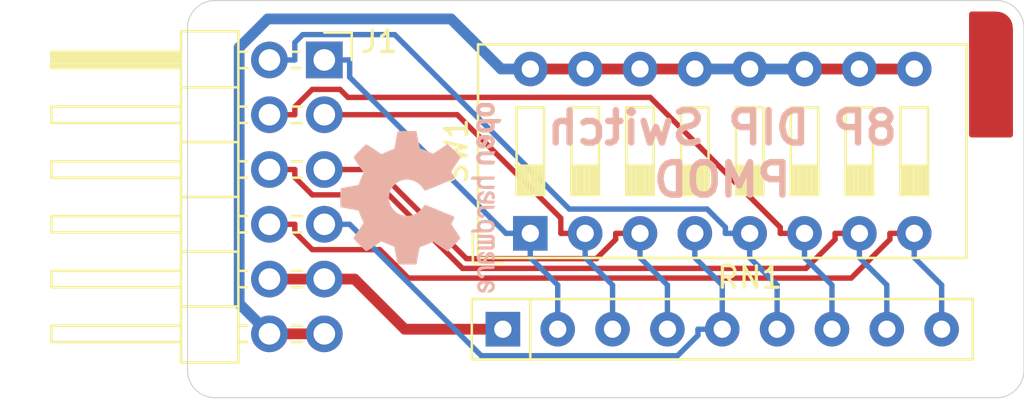
<source format=kicad_pcb>
(kicad_pcb (version 20190907) (host pcbnew "5.99.0-unknown-r17121-d4cea0f2")

  (general
    (thickness 1.6)
    (drawings 10)
    (tracks 101)
    (modules 4)
    (nets 11)
  )

  (page "A4")
  (title_block
    (title "8P Dip Switch PMOD")
    (date "2019-12-07")
    (rev "A")
    (company "Mobilinkd LLC")
  )

  (layers
    (0 "F.Cu" signal)
    (31 "B.Cu" signal)
    (32 "B.Adhes" user)
    (33 "F.Adhes" user)
    (34 "B.Paste" user)
    (35 "F.Paste" user)
    (36 "B.SilkS" user)
    (37 "F.SilkS" user)
    (38 "B.Mask" user)
    (39 "F.Mask" user)
    (40 "Dwgs.User" user)
    (41 "Cmts.User" user)
    (42 "Eco1.User" user)
    (43 "Eco2.User" user)
    (44 "Edge.Cuts" user)
    (45 "Margin" user)
    (46 "B.CrtYd" user)
    (47 "F.CrtYd" user)
    (48 "B.Fab" user)
    (49 "F.Fab" user)
  )

  (setup
    (stackup
      (layer "F.SilkS" (type "Top Silk Screen"))
      (layer "F.Paste" (type "Top Solder Paste"))
      (layer "F.Mask" (type "Top Solder Mask") (color "Green") (thickness 0.01))
      (layer "F.Cu" (type "copper") (thickness 0.035))
      (layer "dielectric 1" (type "core") (thickness 1.51) (material "FR4") (epsilon_r 4.5) (loss_tangent 0.02))
      (layer "B.Cu" (type "copper") (thickness 0.035))
      (layer "B.Mask" (type "Bottom Solder Mask") (color "Green") (thickness 0.01))
      (layer "B.Paste" (type "Bottom Solder Paste"))
      (layer "B.SilkS" (type "Bottom Silk Screen"))
      (copper_finish "None")
      (dielectric_constraints no)
    )
    (last_trace_width 0.25)
    (trace_clearance 0.2)
    (zone_clearance 0.508)
    (zone_45_only no)
    (trace_min 0.2)
    (via_size 0.8)
    (via_drill 0.4)
    (via_min_size 0.4)
    (via_min_drill 0.3)
    (uvia_size 0.3)
    (uvia_drill 0.1)
    (uvias_allowed no)
    (uvia_min_size 0.2)
    (uvia_min_drill 0.1)
    (max_error 0.005)
    (defaults
      (edge_clearance 0.01)
      (edge_cuts_line_width 0.05)
      (courtyard_line_width 0.05)
      (copper_line_width 0.2)
      (copper_text_dims (size 1.5 1.5) (thickness 0.3))
      (silk_line_width 0.12)
      (silk_text_dims (size 1 1) (thickness 0.15))
      (other_layers_line_width 0.1)
      (other_layers_text_dims (size 1 1) (thickness 0.15))
    )
    (pad_size 1.524 1.524)
    (pad_drill 0.762)
    (pad_to_mask_clearance 0.051)
    (solder_mask_min_width 0.25)
    (aux_axis_origin 0 0)
    (visible_elements FFFFFF7F)
    (pcbplotparams
      (layerselection 0x010f0_ffffffff)
      (usegerberextensions false)
      (usegerberattributes false)
      (usegerberadvancedattributes false)
      (creategerberjobfile false)
      (excludeedgelayer true)
      (linewidth 0.100000)
      (plotframeref false)
      (viasonmask false)
      (mode 1)
      (useauxorigin false)
      (hpglpennumber 1)
      (hpglpenspeed 20)
      (hpglpendiameter 15.000000)
      (psnegative false)
      (psa4output false)
      (plotreference true)
      (plotvalue true)
      (plotinvisibletext false)
      (padsonsilk false)
      (subtractmaskfromsilk false)
      (outputformat 1)
      (mirror false)
      (drillshape 0)
      (scaleselection 1)
      (outputdirectory "Gerbers")
    )
  )

  (net 0 "")
  (net 1 "+3V3")
  (net 2 "GND")
  (net 3 "Net-(J1-Pad10)")
  (net 4 "Net-(J1-Pad9)")
  (net 5 "Net-(J1-Pad8)")
  (net 6 "Net-(J1-Pad7)")
  (net 7 "Net-(J1-Pad4)")
  (net 8 "Net-(J1-Pad3)")
  (net 9 "Net-(J1-Pad2)")
  (net 10 "Net-(J1-Pad1)")

  (net_class "Default" "This is the default net class."
    (clearance 0.2)
    (trace_width 0.25)
    (via_dia 0.8)
    (via_drill 0.4)
    (uvia_dia 0.3)
    (uvia_drill 0.1)
    (add_net "Net-(J1-Pad1)")
    (add_net "Net-(J1-Pad10)")
    (add_net "Net-(J1-Pad2)")
    (add_net "Net-(J1-Pad3)")
    (add_net "Net-(J1-Pad4)")
    (add_net "Net-(J1-Pad7)")
    (add_net "Net-(J1-Pad8)")
    (add_net "Net-(J1-Pad9)")
  )

  (net_class "POWER" ""
    (clearance 0.3)
    (trace_width 0.5)
    (via_dia 0.8)
    (via_drill 0.4)
    (uvia_dia 0.3)
    (uvia_drill 0.1)
    (add_net "+3V3")
    (add_net "GND")
  )

  (module "Symbol:OSHW-Logo2_9.8x8mm_SilkScreen" (layer "B.Cu") (tedit 0) (tstamp 5DECBDD4)
    (at 135.255 91.694 -90)
    (descr "Open Source Hardware Symbol")
    (tags "Logo Symbol OSHW")
    (attr virtual)
    (fp_text reference "REF**" (at 0 0 -90) (layer "B.SilkS") hide
      (effects (font (size 1 1) (thickness 0.15)) (justify mirror))
    )
    (fp_text value "OSHW-Logo2_9.8x8mm_SilkScreen" (at 0.75 0 -90) (layer "B.Fab") hide
      (effects (font (size 1 1) (thickness 0.15)) (justify mirror))
    )
    (fp_poly (pts (xy -3.231114 -2.584505) (xy -3.156461 -2.621727) (xy -3.090569 -2.690261) (xy -3.072423 -2.715648)
      (xy -3.052655 -2.748866) (xy -3.039828 -2.784945) (xy -3.03249 -2.833098) (xy -3.029187 -2.902536)
      (xy -3.028462 -2.994206) (xy -3.031737 -3.11983) (xy -3.043123 -3.214154) (xy -3.064959 -3.284523)
      (xy -3.099581 -3.338286) (xy -3.14933 -3.382788) (xy -3.152986 -3.385423) (xy -3.202015 -3.412377)
      (xy -3.261055 -3.425712) (xy -3.336141 -3.429) (xy -3.458205 -3.429) (xy -3.458256 -3.547497)
      (xy -3.459392 -3.613492) (xy -3.466314 -3.652202) (xy -3.484402 -3.675419) (xy -3.519038 -3.694933)
      (xy -3.527355 -3.69892) (xy -3.56628 -3.717603) (xy -3.596417 -3.729403) (xy -3.618826 -3.730422)
      (xy -3.634567 -3.716761) (xy -3.644698 -3.684522) (xy -3.650277 -3.629804) (xy -3.652365 -3.548711)
      (xy -3.652019 -3.437344) (xy -3.6503 -3.291802) (xy -3.649763 -3.248269) (xy -3.647828 -3.098205)
      (xy -3.646096 -3.000042) (xy -3.458308 -3.000042) (xy -3.457252 -3.083364) (xy -3.452562 -3.13788)
      (xy -3.441949 -3.173837) (xy -3.423128 -3.201482) (xy -3.41035 -3.214965) (xy -3.35811 -3.254417)
      (xy -3.311858 -3.257628) (xy -3.264133 -3.225049) (xy -3.262923 -3.223846) (xy -3.243506 -3.198668)
      (xy -3.231693 -3.164447) (xy -3.225735 -3.111748) (xy -3.22388 -3.031131) (xy -3.223846 -3.013271)
      (xy -3.22833 -2.902175) (xy -3.242926 -2.825161) (xy -3.26935 -2.778147) (xy -3.309317 -2.75705)
      (xy -3.332416 -2.754923) (xy -3.387238 -2.7649) (xy -3.424842 -2.797752) (xy -3.447477 -2.857857)
      (xy -3.457394 -2.949598) (xy -3.458308 -3.000042) (xy -3.646096 -3.000042) (xy -3.645778 -2.98206)
      (xy -3.643127 -2.894679) (xy -3.639394 -2.830905) (xy -3.634093 -2.785582) (xy -3.626742 -2.753555)
      (xy -3.616857 -2.729668) (xy -3.603954 -2.708764) (xy -3.598421 -2.700898) (xy -3.525031 -2.626595)
      (xy -3.43224 -2.584467) (xy -3.324904 -2.572722) (xy -3.231114 -2.584505)) (layer "B.SilkS") (width 0.01))
    (fp_poly (pts (xy -1.728336 -2.595089) (xy -1.665633 -2.631358) (xy -1.622039 -2.667358) (xy -1.590155 -2.705075)
      (xy -1.56819 -2.751199) (xy -1.554351 -2.812421) (xy -1.546847 -2.895431) (xy -1.543883 -3.006919)
      (xy -1.543539 -3.087062) (xy -1.543539 -3.382065) (xy -1.709615 -3.456515) (xy -1.719385 -3.133402)
      (xy -1.723421 -3.012729) (xy -1.727656 -2.925141) (xy -1.732903 -2.86465) (xy -1.739975 -2.825268)
      (xy -1.749689 -2.801007) (xy -1.762856 -2.78588) (xy -1.767081 -2.782606) (xy -1.831091 -2.757034)
      (xy -1.895792 -2.767153) (xy -1.934308 -2.794) (xy -1.949975 -2.813024) (xy -1.96082 -2.837988)
      (xy -1.967712 -2.875834) (xy -1.971521 -2.933502) (xy -1.973117 -3.017935) (xy -1.973385 -3.105928)
      (xy -1.973437 -3.216323) (xy -1.975328 -3.294463) (xy -1.981655 -3.347165) (xy -1.995017 -3.381242)
      (xy -2.018015 -3.403511) (xy -2.053246 -3.420787) (xy -2.100303 -3.438738) (xy -2.151697 -3.458278)
      (xy -2.145579 -3.111485) (xy -2.143116 -2.986468) (xy -2.140233 -2.894082) (xy -2.136102 -2.827881)
      (xy -2.129893 -2.78142) (xy -2.120774 -2.748256) (xy -2.107917 -2.721944) (xy -2.092416 -2.698729)
      (xy -2.017629 -2.624569) (xy -1.926372 -2.581684) (xy -1.827117 -2.571412) (xy -1.728336 -2.595089)) (layer "B.SilkS") (width 0.01))
    (fp_poly (pts (xy -3.983114 -2.587256) (xy -3.891536 -2.635409) (xy -3.823951 -2.712905) (xy -3.799943 -2.762727)
      (xy -3.781262 -2.837533) (xy -3.771699 -2.932052) (xy -3.770792 -3.03521) (xy -3.778079 -3.135935)
      (xy -3.793097 -3.223153) (xy -3.815385 -3.285791) (xy -3.822235 -3.296579) (xy -3.903368 -3.377105)
      (xy -3.999734 -3.425336) (xy -4.104299 -3.43945) (xy -4.210032 -3.417629) (xy -4.239457 -3.404547)
      (xy -4.296759 -3.364231) (xy -4.34705 -3.310775) (xy -4.351803 -3.303995) (xy -4.371122 -3.271321)
      (xy -4.383892 -3.236394) (xy -4.391436 -3.190414) (xy -4.395076 -3.124584) (xy -4.396135 -3.030105)
      (xy -4.396154 -3.008923) (xy -4.396106 -3.002182) (xy -4.200769 -3.002182) (xy -4.199632 -3.091349)
      (xy -4.195159 -3.15052) (xy -4.185754 -3.188741) (xy -4.169824 -3.215053) (xy -4.161692 -3.223846)
      (xy -4.114942 -3.257261) (xy -4.069553 -3.255737) (xy -4.02366 -3.226752) (xy -3.996288 -3.195809)
      (xy -3.980077 -3.150643) (xy -3.970974 -3.07942) (xy -3.970349 -3.071114) (xy -3.968796 -2.942037)
      (xy -3.985035 -2.846172) (xy -4.018848 -2.784107) (xy -4.070016 -2.756432) (xy -4.08828 -2.754923)
      (xy -4.13624 -2.762513) (xy -4.169047 -2.788808) (xy -4.189105 -2.839095) (xy -4.198822 -2.918664)
      (xy -4.200769 -3.002182) (xy -4.396106 -3.002182) (xy -4.395426 -2.908249) (xy -4.392371 -2.837906)
      (xy -4.385678 -2.789163) (xy -4.37404 -2.753288) (xy -4.356147 -2.721548) (xy -4.352192 -2.715648)
      (xy -4.285733 -2.636104) (xy -4.213315 -2.589929) (xy -4.125151 -2.571599) (xy -4.095213 -2.570703)
      (xy -3.983114 -2.587256)) (layer "B.SilkS") (width 0.01))
    (fp_poly (pts (xy -2.465746 -2.599745) (xy -2.388714 -2.651567) (xy -2.329184 -2.726412) (xy -2.293622 -2.821654)
      (xy -2.286429 -2.891756) (xy -2.287246 -2.921009) (xy -2.294086 -2.943407) (xy -2.312888 -2.963474)
      (xy -2.349592 -2.985733) (xy -2.410138 -3.014709) (xy -2.500466 -3.054927) (xy -2.500923 -3.055129)
      (xy -2.584067 -3.09321) (xy -2.652247 -3.127025) (xy -2.698495 -3.152933) (xy -2.715842 -3.167295)
      (xy -2.715846 -3.167411) (xy -2.700557 -3.198685) (xy -2.664804 -3.233157) (xy -2.623758 -3.25799)
      (xy -2.602963 -3.262923) (xy -2.54623 -3.245862) (xy -2.497373 -3.203133) (xy -2.473535 -3.156155)
      (xy -2.450603 -3.121522) (xy -2.405682 -3.082081) (xy -2.352877 -3.048009) (xy -2.30629 -3.02948)
      (xy -2.296548 -3.028462) (xy -2.285582 -3.045215) (xy -2.284921 -3.088039) (xy -2.29298 -3.145781)
      (xy -2.308173 -3.207289) (xy -2.328914 -3.261409) (xy -2.329962 -3.26351) (xy -2.392379 -3.35066)
      (xy -2.473274 -3.409939) (xy -2.565144 -3.439034) (xy -2.660487 -3.435634) (xy -2.751802 -3.397428)
      (xy -2.755862 -3.394741) (xy -2.827694 -3.329642) (xy -2.874927 -3.244705) (xy -2.901066 -3.133021)
      (xy -2.904574 -3.101643) (xy -2.910787 -2.953536) (xy -2.903339 -2.884468) (xy -2.715846 -2.884468)
      (xy -2.71341 -2.927552) (xy -2.700086 -2.940126) (xy -2.666868 -2.930719) (xy -2.614506 -2.908483)
      (xy -2.555976 -2.88061) (xy -2.554521 -2.879872) (xy -2.504911 -2.853777) (xy -2.485 -2.836363)
      (xy -2.48991 -2.818107) (xy -2.510584 -2.79412) (xy -2.563181 -2.759406) (xy -2.619823 -2.756856)
      (xy -2.670631 -2.782119) (xy -2.705724 -2.830847) (xy -2.715846 -2.884468) (xy -2.903339 -2.884468)
      (xy -2.898008 -2.835036) (xy -2.865222 -2.741055) (xy -2.819579 -2.675215) (xy -2.737198 -2.608681)
      (xy -2.646454 -2.575676) (xy -2.553815 -2.573573) (xy -2.465746 -2.599745)) (layer "B.SilkS") (width 0.01))
    (fp_poly (pts (xy -0.840154 -2.49212) (xy -0.834428 -2.57198) (xy -0.827851 -2.619039) (xy -0.818738 -2.639566)
      (xy -0.805402 -2.639829) (xy -0.801077 -2.637378) (xy -0.743556 -2.619636) (xy -0.668732 -2.620672)
      (xy -0.592661 -2.63891) (xy -0.545082 -2.662505) (xy -0.496298 -2.700198) (xy -0.460636 -2.742855)
      (xy -0.436155 -2.797057) (xy -0.420913 -2.869384) (xy -0.41297 -2.966419) (xy -0.410384 -3.094742)
      (xy -0.410338 -3.119358) (xy -0.410308 -3.39587) (xy -0.471839 -3.41732) (xy -0.515541 -3.431912)
      (xy -0.539518 -3.438706) (xy -0.540223 -3.438769) (xy -0.542585 -3.420345) (xy -0.544594 -3.369526)
      (xy -0.546099 -3.292993) (xy -0.546947 -3.19743) (xy -0.547077 -3.139329) (xy -0.547349 -3.024771)
      (xy -0.548748 -2.942667) (xy -0.552151 -2.886393) (xy -0.558433 -2.849326) (xy -0.568471 -2.824844)
      (xy -0.583139 -2.806325) (xy -0.592298 -2.797406) (xy -0.655211 -2.761466) (xy -0.723864 -2.758775)
      (xy -0.786152 -2.78917) (xy -0.797671 -2.800144) (xy -0.814567 -2.820779) (xy -0.826286 -2.845256)
      (xy -0.833767 -2.880647) (xy -0.837946 -2.934026) (xy -0.839763 -3.012466) (xy -0.840154 -3.120617)
      (xy -0.840154 -3.39587) (xy -0.901685 -3.41732) (xy -0.945387 -3.431912) (xy -0.969364 -3.438706)
      (xy -0.97007 -3.438769) (xy -0.971874 -3.420069) (xy -0.9735 -3.367322) (xy -0.974883 -3.285557)
      (xy -0.975958 -3.179805) (xy -0.97666 -3.055094) (xy -0.976923 -2.916455) (xy -0.976923 -2.381806)
      (xy -0.849923 -2.328236) (xy -0.840154 -2.49212)) (layer "B.SilkS") (width 0.01))
    (fp_poly (pts (xy 0.053501 -2.626303) (xy 0.13006 -2.654733) (xy 0.130936 -2.655279) (xy 0.178285 -2.690127)
      (xy 0.213241 -2.730852) (xy 0.237825 -2.783925) (xy 0.254062 -2.855814) (xy 0.263975 -2.952992)
      (xy 0.269586 -3.081928) (xy 0.270077 -3.100298) (xy 0.277141 -3.377287) (xy 0.217695 -3.408028)
      (xy 0.174681 -3.428802) (xy 0.14871 -3.438646) (xy 0.147509 -3.438769) (xy 0.143014 -3.420606)
      (xy 0.139444 -3.371612) (xy 0.137248 -3.300031) (xy 0.136769 -3.242068) (xy 0.136758 -3.14817)
      (xy 0.132466 -3.089203) (xy 0.117503 -3.061079) (xy 0.085482 -3.059706) (xy 0.030014 -3.080998)
      (xy -0.053731 -3.120136) (xy -0.115311 -3.152643) (xy -0.146983 -3.180845) (xy -0.156294 -3.211582)
      (xy -0.156308 -3.213104) (xy -0.140943 -3.266054) (xy -0.095453 -3.29466) (xy -0.025834 -3.298803)
      (xy 0.024313 -3.298084) (xy 0.050754 -3.312527) (xy 0.067243 -3.347218) (xy 0.076733 -3.391416)
      (xy 0.063057 -3.416493) (xy 0.057907 -3.420082) (xy 0.009425 -3.434496) (xy -0.058469 -3.436537)
      (xy -0.128388 -3.426983) (xy -0.177932 -3.409522) (xy -0.24643 -3.351364) (xy -0.285366 -3.270408)
      (xy -0.293077 -3.20716) (xy -0.287193 -3.150111) (xy -0.265899 -3.103542) (xy -0.223735 -3.062181)
      (xy -0.155241 -3.020755) (xy -0.054956 -2.973993) (xy -0.048846 -2.97135) (xy 0.04149 -2.929617)
      (xy 0.097235 -2.895391) (xy 0.121129 -2.864635) (xy 0.115913 -2.833311) (xy 0.084328 -2.797383)
      (xy 0.074883 -2.789116) (xy 0.011617 -2.757058) (xy -0.053936 -2.758407) (xy -0.111028 -2.789838)
      (xy -0.148907 -2.848024) (xy -0.152426 -2.859446) (xy -0.1867 -2.914837) (xy -0.230191 -2.941518)
      (xy -0.293077 -2.96796) (xy -0.293077 -2.899548) (xy -0.273948 -2.80011) (xy -0.217169 -2.708902)
      (xy -0.187622 -2.678389) (xy -0.120458 -2.639228) (xy -0.035044 -2.6215) (xy 0.053501 -2.626303)) (layer "B.SilkS") (width 0.01))
    (fp_poly (pts (xy 0.713362 -2.62467) (xy 0.802117 -2.657421) (xy 0.874022 -2.71535) (xy 0.902144 -2.756128)
      (xy 0.932802 -2.830954) (xy 0.932165 -2.885058) (xy 0.899987 -2.921446) (xy 0.888081 -2.927633)
      (xy 0.836675 -2.946925) (xy 0.810422 -2.941982) (xy 0.80153 -2.909587) (xy 0.801077 -2.891692)
      (xy 0.784797 -2.825859) (xy 0.742365 -2.779807) (xy 0.683388 -2.757564) (xy 0.617475 -2.763161)
      (xy 0.563895 -2.792229) (xy 0.545798 -2.80881) (xy 0.532971 -2.828925) (xy 0.524306 -2.859332)
      (xy 0.518696 -2.906788) (xy 0.515035 -2.97805) (xy 0.512215 -3.079875) (xy 0.511484 -3.112115)
      (xy 0.50882 -3.22241) (xy 0.505792 -3.300036) (xy 0.50125 -3.351396) (xy 0.494046 -3.38289)
      (xy 0.483033 -3.40092) (xy 0.46706 -3.411888) (xy 0.456834 -3.416733) (xy 0.413406 -3.433301)
      (xy 0.387842 -3.438769) (xy 0.379395 -3.420507) (xy 0.374239 -3.365296) (xy 0.372346 -3.272499)
      (xy 0.373689 -3.141478) (xy 0.374107 -3.121269) (xy 0.377058 -3.001733) (xy 0.380548 -2.914449)
      (xy 0.385514 -2.852591) (xy 0.392893 -2.809336) (xy 0.403624 -2.77786) (xy 0.418645 -2.751339)
      (xy 0.426502 -2.739975) (xy 0.471553 -2.689692) (xy 0.52194 -2.650581) (xy 0.528108 -2.647167)
      (xy 0.618458 -2.620212) (xy 0.713362 -2.62467)) (layer "B.SilkS") (width 0.01))
    (fp_poly (pts (xy 1.602081 -2.780289) (xy 1.601833 -2.92632) (xy 1.600872 -3.038655) (xy 1.598794 -3.122678)
      (xy 1.595193 -3.183769) (xy 1.589665 -3.227309) (xy 1.581804 -3.258679) (xy 1.571207 -3.283262)
      (xy 1.563182 -3.297294) (xy 1.496728 -3.373388) (xy 1.41247 -3.421084) (xy 1.319249 -3.438199)
      (xy 1.2259 -3.422546) (xy 1.170312 -3.394418) (xy 1.111957 -3.34576) (xy 1.072186 -3.286333)
      (xy 1.04819 -3.208507) (xy 1.037161 -3.104652) (xy 1.035599 -3.028462) (xy 1.035809 -3.022986)
      (xy 1.172308 -3.022986) (xy 1.173141 -3.110355) (xy 1.176961 -3.168192) (xy 1.185746 -3.206029)
      (xy 1.201474 -3.233398) (xy 1.220266 -3.254042) (xy 1.283375 -3.29389) (xy 1.351137 -3.297295)
      (xy 1.415179 -3.264025) (xy 1.420164 -3.259517) (xy 1.441439 -3.236067) (xy 1.454779 -3.208166)
      (xy 1.462001 -3.166641) (xy 1.464923 -3.102316) (xy 1.465385 -3.0312) (xy 1.464383 -2.941858)
      (xy 1.460238 -2.882258) (xy 1.451236 -2.843089) (xy 1.435667 -2.81504) (xy 1.422902 -2.800144)
      (xy 1.3636 -2.762575) (xy 1.295301 -2.758057) (xy 1.23011 -2.786753) (xy 1.217528 -2.797406)
      (xy 1.196111 -2.821063) (xy 1.182744 -2.849251) (xy 1.175566 -2.891245) (xy 1.172719 -2.956319)
      (xy 1.172308 -3.022986) (xy 1.035809 -3.022986) (xy 1.040322 -2.905765) (xy 1.056362 -2.813577)
      (xy 1.086528 -2.744269) (xy 1.133629 -2.690211) (xy 1.170312 -2.662505) (xy 1.23699 -2.632572)
      (xy 1.314272 -2.618678) (xy 1.38611 -2.622397) (xy 1.426308 -2.6374) (xy 1.442082 -2.64167)
      (xy 1.45255 -2.62575) (xy 1.459856 -2.583089) (xy 1.465385 -2.518106) (xy 1.471437 -2.445732)
      (xy 1.479844 -2.402187) (xy 1.495141 -2.377287) (xy 1.521864 -2.360845) (xy 1.538654 -2.353564)
      (xy 1.602154 -2.326963) (xy 1.602081 -2.780289)) (layer "B.SilkS") (width 0.01))
    (fp_poly (pts (xy 2.395929 -2.636662) (xy 2.398911 -2.688068) (xy 2.401247 -2.766192) (xy 2.402749 -2.864857)
      (xy 2.403231 -2.968343) (xy 2.403231 -3.318533) (xy 2.341401 -3.380363) (xy 2.298793 -3.418462)
      (xy 2.26139 -3.433895) (xy 2.21027 -3.432918) (xy 2.189978 -3.430433) (xy 2.126554 -3.4232)
      (xy 2.074095 -3.419055) (xy 2.061308 -3.418672) (xy 2.018199 -3.421176) (xy 1.956544 -3.427462)
      (xy 1.932638 -3.430433) (xy 1.873922 -3.435028) (xy 1.834464 -3.425046) (xy 1.795338 -3.394228)
      (xy 1.781215 -3.380363) (xy 1.719385 -3.318533) (xy 1.719385 -2.663503) (xy 1.76915 -2.640829)
      (xy 1.812002 -2.624034) (xy 1.837073 -2.618154) (xy 1.843501 -2.636736) (xy 1.849509 -2.688655)
      (xy 1.854697 -2.768172) (xy 1.858664 -2.869546) (xy 1.860577 -2.955192) (xy 1.865923 -3.292231)
      (xy 1.91256 -3.298825) (xy 1.954976 -3.294214) (xy 1.97576 -3.279287) (xy 1.98157 -3.251377)
      (xy 1.98653 -3.191925) (xy 1.990246 -3.108466) (xy 1.992324 -3.008532) (xy 1.992624 -2.957104)
      (xy 1.992923 -2.661054) (xy 2.054454 -2.639604) (xy 2.098004 -2.62502) (xy 2.121694 -2.618219)
      (xy 2.122377 -2.618154) (xy 2.124754 -2.636642) (xy 2.127366 -2.687906) (xy 2.129995 -2.765649)
      (xy 2.132421 -2.863574) (xy 2.134115 -2.955192) (xy 2.139461 -3.292231) (xy 2.256692 -3.292231)
      (xy 2.262072 -2.984746) (xy 2.267451 -2.677261) (xy 2.324601 -2.647707) (xy 2.366797 -2.627413)
      (xy 2.39177 -2.618204) (xy 2.392491 -2.618154) (xy 2.395929 -2.636662)) (layer "B.SilkS") (width 0.01))
    (fp_poly (pts (xy 2.887333 -2.633528) (xy 2.94359 -2.659117) (xy 2.987747 -2.690124) (xy 3.020101 -2.724795)
      (xy 3.042438 -2.76952) (xy 3.056546 -2.830692) (xy 3.064211 -2.914701) (xy 3.06722 -3.02794)
      (xy 3.067538 -3.102509) (xy 3.067538 -3.39342) (xy 3.017773 -3.416095) (xy 2.978576 -3.432667)
      (xy 2.959157 -3.438769) (xy 2.955442 -3.42061) (xy 2.952495 -3.371648) (xy 2.950691 -3.300153)
      (xy 2.950308 -3.243385) (xy 2.948661 -3.161371) (xy 2.944222 -3.096309) (xy 2.93774 -3.056467)
      (xy 2.93259 -3.048) (xy 2.897977 -3.056646) (xy 2.84364 -3.078823) (xy 2.780722 -3.108886)
      (xy 2.720368 -3.141192) (xy 2.673721 -3.170098) (xy 2.651926 -3.189961) (xy 2.651839 -3.190175)
      (xy 2.653714 -3.226935) (xy 2.670525 -3.262026) (xy 2.700039 -3.290528) (xy 2.743116 -3.300061)
      (xy 2.779932 -3.29895) (xy 2.832074 -3.298133) (xy 2.859444 -3.310349) (xy 2.875882 -3.342624)
      (xy 2.877955 -3.34871) (xy 2.885081 -3.394739) (xy 2.866024 -3.422687) (xy 2.816353 -3.436007)
      (xy 2.762697 -3.43847) (xy 2.666142 -3.42021) (xy 2.616159 -3.394131) (xy 2.554429 -3.332868)
      (xy 2.52169 -3.25767) (xy 2.518753 -3.178211) (xy 2.546424 -3.104167) (xy 2.588047 -3.057769)
      (xy 2.629604 -3.031793) (xy 2.694922 -2.998907) (xy 2.771038 -2.965557) (xy 2.783726 -2.960461)
      (xy 2.867333 -2.923565) (xy 2.91553 -2.891046) (xy 2.93103 -2.858718) (xy 2.91655 -2.822394)
      (xy 2.891692 -2.794) (xy 2.832939 -2.759039) (xy 2.768293 -2.756417) (xy 2.709008 -2.783358)
      (xy 2.666339 -2.837088) (xy 2.660739 -2.85095) (xy 2.628133 -2.901936) (xy 2.58053 -2.939787)
      (xy 2.520461 -2.97085) (xy 2.520461 -2.882768) (xy 2.523997 -2.828951) (xy 2.539156 -2.786534)
      (xy 2.572768 -2.741279) (xy 2.605035 -2.70642) (xy 2.655209 -2.657062) (xy 2.694193 -2.630547)
      (xy 2.736064 -2.619911) (xy 2.78346 -2.618154) (xy 2.887333 -2.633528)) (layer "B.SilkS") (width 0.01))
    (fp_poly (pts (xy 3.570807 -2.636782) (xy 3.594161 -2.646988) (xy 3.649902 -2.691134) (xy 3.697569 -2.754967)
      (xy 3.727048 -2.823087) (xy 3.731846 -2.85667) (xy 3.71576 -2.903556) (xy 3.680475 -2.928365)
      (xy 3.642644 -2.943387) (xy 3.625321 -2.946155) (xy 3.616886 -2.926066) (xy 3.60023 -2.882351)
      (xy 3.592923 -2.862598) (xy 3.551948 -2.794271) (xy 3.492622 -2.760191) (xy 3.416552 -2.761239)
      (xy 3.410918 -2.762581) (xy 3.370305 -2.781836) (xy 3.340448 -2.819375) (xy 3.320055 -2.879809)
      (xy 3.307836 -2.967751) (xy 3.3025 -3.087813) (xy 3.302 -3.151698) (xy 3.301752 -3.252403)
      (xy 3.300126 -3.321054) (xy 3.295801 -3.364673) (xy 3.287454 -3.390282) (xy 3.273765 -3.404903)
      (xy 3.253411 -3.415558) (xy 3.252234 -3.416095) (xy 3.213038 -3.432667) (xy 3.193619 -3.438769)
      (xy 3.190635 -3.420319) (xy 3.188081 -3.369323) (xy 3.18614 -3.292308) (xy 3.184997 -3.195805)
      (xy 3.184769 -3.125184) (xy 3.185932 -2.988525) (xy 3.190479 -2.884851) (xy 3.199999 -2.808108)
      (xy 3.216081 -2.752246) (xy 3.240313 -2.711212) (xy 3.274286 -2.678954) (xy 3.307833 -2.65644)
      (xy 3.388499 -2.626476) (xy 3.482381 -2.619718) (xy 3.570807 -2.636782)) (layer "B.SilkS") (width 0.01))
    (fp_poly (pts (xy 4.245224 -2.647838) (xy 4.322528 -2.698361) (xy 4.359814 -2.74359) (xy 4.389353 -2.825663)
      (xy 4.391699 -2.890607) (xy 4.386385 -2.977445) (xy 4.186115 -3.065103) (xy 4.088739 -3.109887)
      (xy 4.025113 -3.145913) (xy 3.992029 -3.177117) (xy 3.98628 -3.207436) (xy 4.004658 -3.240805)
      (xy 4.024923 -3.262923) (xy 4.083889 -3.298393) (xy 4.148024 -3.300879) (xy 4.206926 -3.273235)
      (xy 4.250197 -3.21832) (xy 4.257936 -3.198928) (xy 4.295006 -3.138364) (xy 4.337654 -3.112552)
      (xy 4.396154 -3.090471) (xy 4.396154 -3.174184) (xy 4.390982 -3.23115) (xy 4.370723 -3.279189)
      (xy 4.328262 -3.334346) (xy 4.321951 -3.341514) (xy 4.27472 -3.390585) (xy 4.234121 -3.41692)
      (xy 4.183328 -3.429035) (xy 4.14122 -3.433003) (xy 4.065902 -3.433991) (xy 4.012286 -3.421466)
      (xy 3.978838 -3.402869) (xy 3.926268 -3.361975) (xy 3.889879 -3.317748) (xy 3.86685 -3.262126)
      (xy 3.854359 -3.187047) (xy 3.849587 -3.084449) (xy 3.849206 -3.032376) (xy 3.850501 -2.969948)
      (xy 3.968471 -2.969948) (xy 3.969839 -3.003438) (xy 3.973249 -3.008923) (xy 3.995753 -3.001472)
      (xy 4.044182 -2.981753) (xy 4.108908 -2.953718) (xy 4.122443 -2.947692) (xy 4.204244 -2.906096)
      (xy 4.249312 -2.869538) (xy 4.259217 -2.835296) (xy 4.235526 -2.800648) (xy 4.21596 -2.785339)
      (xy 4.14536 -2.754721) (xy 4.07928 -2.75978) (xy 4.023959 -2.797151) (xy 3.985636 -2.863473)
      (xy 3.973349 -2.916116) (xy 3.968471 -2.969948) (xy 3.850501 -2.969948) (xy 3.85173 -2.91072)
      (xy 3.861032 -2.82071) (xy 3.87946 -2.755167) (xy 3.90936 -2.706912) (xy 3.95308 -2.668767)
      (xy 3.972141 -2.65644) (xy 4.058726 -2.624336) (xy 4.153522 -2.622316) (xy 4.245224 -2.647838)) (layer "B.SilkS") (width 0.01))
    (fp_poly (pts (xy 0.139878 3.712224) (xy 0.245612 3.711645) (xy 0.322132 3.710078) (xy 0.374372 3.707028)
      (xy 0.407263 3.702004) (xy 0.425737 3.694511) (xy 0.434727 3.684056) (xy 0.439163 3.670147)
      (xy 0.439594 3.668346) (xy 0.446333 3.635855) (xy 0.458808 3.571748) (xy 0.475719 3.482849)
      (xy 0.495771 3.375981) (xy 0.517664 3.257967) (xy 0.518429 3.253822) (xy 0.540359 3.138169)
      (xy 0.560877 3.035986) (xy 0.578659 2.953402) (xy 0.592381 2.896544) (xy 0.600718 2.871542)
      (xy 0.601116 2.871099) (xy 0.625677 2.85889) (xy 0.676315 2.838544) (xy 0.742095 2.814455)
      (xy 0.742461 2.814326) (xy 0.825317 2.783182) (xy 0.923 2.743509) (xy 1.015077 2.703619)
      (xy 1.019434 2.701647) (xy 1.169407 2.63358) (xy 1.501498 2.860361) (xy 1.603374 2.929496)
      (xy 1.695657 2.991303) (xy 1.773003 3.042267) (xy 1.830064 3.078873) (xy 1.861495 3.097606)
      (xy 1.864479 3.098996) (xy 1.887321 3.09281) (xy 1.929982 3.062965) (xy 1.994128 3.008053)
      (xy 2.081421 2.926666) (xy 2.170535 2.840078) (xy 2.256441 2.754753) (xy 2.333327 2.676892)
      (xy 2.396564 2.611303) (xy 2.441523 2.562795) (xy 2.463576 2.536175) (xy 2.464396 2.534805)
      (xy 2.466834 2.516537) (xy 2.45765 2.486705) (xy 2.434574 2.441279) (xy 2.395337 2.37623)
      (xy 2.33767 2.28753) (xy 2.260795 2.173343) (xy 2.19257 2.072838) (xy 2.131582 1.982697)
      (xy 2.081356 1.908151) (xy 2.045416 1.854435) (xy 2.027287 1.826782) (xy 2.026146 1.824905)
      (xy 2.028359 1.79841) (xy 2.045138 1.746914) (xy 2.073142 1.680149) (xy 2.083122 1.658828)
      (xy 2.126672 1.563841) (xy 2.173134 1.456063) (xy 2.210877 1.362808) (xy 2.238073 1.293594)
      (xy 2.259675 1.240994) (xy 2.272158 1.213503) (xy 2.273709 1.211384) (xy 2.296668 1.207876)
      (xy 2.350786 1.198262) (xy 2.428868 1.183911) (xy 2.523719 1.166193) (xy 2.628143 1.146475)
      (xy 2.734944 1.126126) (xy 2.836926 1.106514) (xy 2.926894 1.089009) (xy 2.997653 1.074978)
      (xy 3.042006 1.065791) (xy 3.052885 1.063193) (xy 3.064122 1.056782) (xy 3.072605 1.042303)
      (xy 3.078714 1.014867) (xy 3.082832 0.969589) (xy 3.085341 0.90158) (xy 3.086621 0.805953)
      (xy 3.087054 0.67782) (xy 3.087077 0.625299) (xy 3.087077 0.198155) (xy 2.9845 0.177909)
      (xy 2.927431 0.16693) (xy 2.842269 0.150905) (xy 2.739372 0.131767) (xy 2.629096 0.111449)
      (xy 2.598615 0.105868) (xy 2.496855 0.086083) (xy 2.408205 0.066627) (xy 2.340108 0.049303)
      (xy 2.300004 0.035912) (xy 2.293323 0.031921) (xy 2.276919 0.003658) (xy 2.253399 -0.051109)
      (xy 2.227316 -0.121588) (xy 2.222142 -0.136769) (xy 2.187956 -0.230896) (xy 2.145523 -0.337101)
      (xy 2.103997 -0.432473) (xy 2.103792 -0.432916) (xy 2.03464 -0.582525) (xy 2.489512 -1.251617)
      (xy 2.1975 -1.544116) (xy 2.10918 -1.63117) (xy 2.028625 -1.707909) (xy 1.96036 -1.770237)
      (xy 1.908908 -1.814056) (xy 1.878794 -1.83527) (xy 1.874474 -1.836616) (xy 1.849111 -1.826016)
      (xy 1.797358 -1.796547) (xy 1.724868 -1.751705) (xy 1.637294 -1.694984) (xy 1.542612 -1.631462)
      (xy 1.446516 -1.566668) (xy 1.360837 -1.510287) (xy 1.291016 -1.465788) (xy 1.242494 -1.436639)
      (xy 1.220782 -1.426308) (xy 1.194293 -1.43505) (xy 1.144062 -1.458087) (xy 1.080451 -1.490631)
      (xy 1.073708 -1.494249) (xy 0.988046 -1.53721) (xy 0.929306 -1.558279) (xy 0.892772 -1.558503)
      (xy 0.873731 -1.538928) (xy 0.87362 -1.538654) (xy 0.864102 -1.515472) (xy 0.841403 -1.460441)
      (xy 0.807282 -1.377822) (xy 0.7635 -1.271872) (xy 0.711816 -1.146852) (xy 0.653992 -1.00702)
      (xy 0.597991 -0.871637) (xy 0.536447 -0.722234) (xy 0.479939 -0.583832) (xy 0.430161 -0.460673)
      (xy 0.388806 -0.357002) (xy 0.357568 -0.277059) (xy 0.338141 -0.225088) (xy 0.332154 -0.205692)
      (xy 0.347168 -0.183443) (xy 0.386439 -0.147982) (xy 0.438807 -0.108887) (xy 0.587941 0.014755)
      (xy 0.704511 0.156478) (xy 0.787118 0.313296) (xy 0.834366 0.482225) (xy 0.844857 0.660278)
      (xy 0.837231 0.742461) (xy 0.795682 0.912969) (xy 0.724123 1.063541) (xy 0.626995 1.192691)
      (xy 0.508734 1.298936) (xy 0.37378 1.38079) (xy 0.226571 1.436768) (xy 0.071544 1.465385)
      (xy -0.086861 1.465156) (xy -0.244206 1.434595) (xy -0.396054 1.372218) (xy -0.537965 1.27654)
      (xy -0.597197 1.222428) (xy -0.710797 1.08348) (xy -0.789894 0.931639) (xy -0.835014 0.771333)
      (xy -0.846684 0.606988) (xy -0.825431 0.443029) (xy -0.77178 0.283882) (xy -0.68626 0.133975)
      (xy -0.569395 -0.002267) (xy -0.438807 -0.108887) (xy -0.384412 -0.149642) (xy -0.345986 -0.184718)
      (xy -0.332154 -0.205726) (xy -0.339397 -0.228635) (xy -0.359995 -0.283365) (xy -0.392254 -0.365672)
      (xy -0.434479 -0.471315) (xy -0.484977 -0.59605) (xy -0.542052 -0.735636) (xy -0.598146 -0.87167)
      (xy -0.660033 -1.021201) (xy -0.717356 -1.159767) (xy -0.768356 -1.283107) (xy -0.811273 -1.386964)
      (xy -0.844347 -1.46708) (xy -0.865819 -1.519195) (xy -0.873775 -1.538654) (xy -0.892571 -1.558423)
      (xy -0.928926 -1.558365) (xy -0.987521 -1.537441) (xy -1.073032 -1.494613) (xy -1.073708 -1.494249)
      (xy -1.138093 -1.461012) (xy -1.190139 -1.436802) (xy -1.219488 -1.426404) (xy -1.220783 -1.426308)
      (xy -1.242876 -1.436855) (xy -1.291652 -1.466184) (xy -1.361669 -1.510827) (xy -1.447486 -1.567314)
      (xy -1.542612 -1.631462) (xy -1.63946 -1.696411) (xy -1.726747 -1.752896) (xy -1.798819 -1.797421)
      (xy -1.850023 -1.82649) (xy -1.874474 -1.836616) (xy -1.89699 -1.823307) (xy -1.942258 -1.786112)
      (xy -2.005756 -1.729128) (xy -2.082961 -1.656449) (xy -2.169349 -1.572171) (xy -2.197601 -1.544016)
      (xy -2.489713 -1.251416) (xy -2.267369 -0.925104) (xy -2.199798 -0.824897) (xy -2.140493 -0.734963)
      (xy -2.092783 -0.66051) (xy -2.059993 -0.606751) (xy -2.045452 -0.578894) (xy -2.045026 -0.576912)
      (xy -2.052692 -0.550655) (xy -2.073311 -0.497837) (xy -2.103315 -0.42731) (xy -2.124375 -0.380093)
      (xy -2.163752 -0.289694) (xy -2.200835 -0.198366) (xy -2.229585 -0.1212) (xy -2.237395 -0.097692)
      (xy -2.259583 -0.034916) (xy -2.281273 0.013589) (xy -2.293187 0.031921) (xy -2.319477 0.043141)
      (xy -2.376858 0.059046) (xy -2.457882 0.077833) (xy -2.555105 0.097701) (xy -2.598615 0.105868)
      (xy -2.709104 0.126171) (xy -2.815084 0.14583) (xy -2.906199 0.162912) (xy -2.972092 0.175482)
      (xy -2.9845 0.177909) (xy -3.087077 0.198155) (xy -3.087077 0.625299) (xy -3.086847 0.765754)
      (xy -3.085901 0.872021) (xy -3.083859 0.948987) (xy -3.080338 1.00154) (xy -3.074957 1.034567)
      (xy -3.067334 1.052955) (xy -3.057088 1.061592) (xy -3.052885 1.063193) (xy -3.02753 1.068873)
      (xy -2.971516 1.080205) (xy -2.892036 1.095821) (xy -2.796288 1.114353) (xy -2.691467 1.134431)
      (xy -2.584768 1.154688) (xy -2.483387 1.173754) (xy -2.394521 1.190261) (xy -2.325363 1.202841)
      (xy -2.283111 1.210125) (xy -2.27371 1.211384) (xy -2.265193 1.228237) (xy -2.24634 1.27313)
      (xy -2.220676 1.33757) (xy -2.210877 1.362808) (xy -2.171352 1.460314) (xy -2.124808 1.568041)
      (xy -2.083123 1.658828) (xy -2.05245 1.728247) (xy -2.032044 1.78529) (xy -2.025232 1.820223)
      (xy -2.026318 1.824905) (xy -2.040715 1.847009) (xy -2.073588 1.896169) (xy -2.12141 1.967152)
      (xy -2.180652 2.054722) (xy -2.247785 2.153643) (xy -2.261059 2.17317) (xy -2.338954 2.28886)
      (xy -2.396213 2.376956) (xy -2.435119 2.441514) (xy -2.457956 2.486589) (xy -2.467006 2.516237)
      (xy -2.464552 2.534515) (xy -2.464489 2.534631) (xy -2.445173 2.558639) (xy -2.402449 2.605053)
      (xy -2.340949 2.669063) (xy -2.265302 2.745855) (xy -2.180139 2.830618) (xy -2.170535 2.840078)
      (xy -2.06321 2.944011) (xy -1.980385 3.020325) (xy -1.920395 3.070429) (xy -1.881577 3.09573)
      (xy -1.86448 3.098996) (xy -1.839527 3.08475) (xy -1.787745 3.051844) (xy -1.71448 3.003792)
      (xy -1.62508 2.94411) (xy -1.524889 2.876312) (xy -1.501499 2.860361) (xy -1.169407 2.63358)
      (xy -1.019435 2.701647) (xy -0.92823 2.741315) (xy -0.830331 2.781209) (xy -0.746169 2.813017)
      (xy -0.742462 2.814326) (xy -0.676631 2.838424) (xy -0.625884 2.8588) (xy -0.601158 2.871064)
      (xy -0.601116 2.871099) (xy -0.593271 2.893266) (xy -0.579934 2.947783) (xy -0.56243 3.02852)
      (xy -0.542083 3.12935) (xy -0.520218 3.244144) (xy -0.518429 3.253822) (xy -0.496496 3.372096)
      (xy -0.47636 3.479458) (xy -0.45932 3.569083) (xy -0.446672 3.634149) (xy -0.439716 3.667832)
      (xy -0.439594 3.668346) (xy -0.435361 3.682675) (xy -0.427129 3.693493) (xy -0.409967 3.701294)
      (xy -0.378942 3.706571) (xy -0.329122 3.709818) (xy -0.255576 3.711528) (xy -0.153371 3.712193)
      (xy -0.017575 3.712307) (xy 0 3.712308) (xy 0.139878 3.712224)) (layer "B.SilkS") (width 0.01))
  )

  (module "Connector_PinHeader_2.54mm:PinHeader_2x06_P2.54mm_Horizontal" (layer "F.Cu") (tedit 5DEC33FD) (tstamp 5DEC882A)
    (at 125.095 90.805)
    (descr "Through hole angled pin header, 2x06, 2.54mm pitch, 6mm pin length, double rows")
    (tags "Through hole angled pin header THT 2x06 2.54mm double row")
    (path "/5DED7E58")
    (fp_text reference "J1" (at 8.255 -6.35) (layer "F.SilkS")
      (effects (font (size 1 1) (thickness 0.15)))
    )
    (fp_text value "Conn_02x06_Top_Bottom" (at 0.045 9.47) (layer "F.Fab")
      (effects (font (size 1 1) (thickness 0.15)))
    )
    (fp_line (start 1.025 -6.77) (end -0.88 -6.77) (layer "F.Fab") (width 0.1))
    (fp_line (start -0.88 -6.77) (end -0.88 8.47) (layer "F.Fab") (width 0.1))
    (fp_line (start -0.88 8.47) (end 1.66 8.47) (layer "F.Fab") (width 0.1))
    (fp_line (start 1.66 8.47) (end 1.66 -6.135) (layer "F.Fab") (width 0.1))
    (fp_line (start 1.66 -6.135) (end 1.025 -6.77) (layer "F.Fab") (width 0.1))
    (fp_line (start 6.02 -5.82) (end 1.66 -5.82) (layer "F.Fab") (width 0.1))
    (fp_line (start 6.02 -5.82) (end 6.02 -5.18) (layer "F.Fab") (width 0.1))
    (fp_line (start 6.02 -5.18) (end 1.66 -5.18) (layer "F.Fab") (width 0.1))
    (fp_line (start -0.88 -5.82) (end -6.88 -5.82) (layer "F.Fab") (width 0.1))
    (fp_line (start -6.88 -5.82) (end -6.88 -5.18) (layer "F.Fab") (width 0.1))
    (fp_line (start -0.88 -5.18) (end -6.88 -5.18) (layer "F.Fab") (width 0.1))
    (fp_line (start 6.02 -3.28) (end 1.66 -3.28) (layer "F.Fab") (width 0.1))
    (fp_line (start 6.02 -3.28) (end 6.02 -2.64) (layer "F.Fab") (width 0.1))
    (fp_line (start 6.02 -2.64) (end 1.66 -2.64) (layer "F.Fab") (width 0.1))
    (fp_line (start -0.88 -3.28) (end -6.88 -3.28) (layer "F.Fab") (width 0.1))
    (fp_line (start -6.88 -3.28) (end -6.88 -2.64) (layer "F.Fab") (width 0.1))
    (fp_line (start -0.88 -2.64) (end -6.88 -2.64) (layer "F.Fab") (width 0.1))
    (fp_line (start 6.02 -0.74) (end 1.66 -0.74) (layer "F.Fab") (width 0.1))
    (fp_line (start 6.02 -0.74) (end 6.02 -0.1) (layer "F.Fab") (width 0.1))
    (fp_line (start 6.02 -0.1) (end 1.66 -0.1) (layer "F.Fab") (width 0.1))
    (fp_line (start -0.88 -0.74) (end -6.88 -0.74) (layer "F.Fab") (width 0.1))
    (fp_line (start -6.88 -0.74) (end -6.88 -0.1) (layer "F.Fab") (width 0.1))
    (fp_line (start -0.88 -0.1) (end -6.88 -0.1) (layer "F.Fab") (width 0.1))
    (fp_line (start 6.02 1.8) (end 1.66 1.8) (layer "F.Fab") (width 0.1))
    (fp_line (start 6.02 1.8) (end 6.02 2.44) (layer "F.Fab") (width 0.1))
    (fp_line (start 6.02 2.44) (end 1.66 2.44) (layer "F.Fab") (width 0.1))
    (fp_line (start -0.88 1.8) (end -6.88 1.8) (layer "F.Fab") (width 0.1))
    (fp_line (start -6.88 1.8) (end -6.88 2.44) (layer "F.Fab") (width 0.1))
    (fp_line (start -0.88 2.44) (end -6.88 2.44) (layer "F.Fab") (width 0.1))
    (fp_line (start 6.02 4.34) (end 1.66 4.34) (layer "F.Fab") (width 0.1))
    (fp_line (start 6.02 4.34) (end 6.02 4.98) (layer "F.Fab") (width 0.1))
    (fp_line (start 6.02 4.98) (end 1.66 4.98) (layer "F.Fab") (width 0.1))
    (fp_line (start -0.88 4.34) (end -6.88 4.34) (layer "F.Fab") (width 0.1))
    (fp_line (start -6.88 4.34) (end -6.88 4.98) (layer "F.Fab") (width 0.1))
    (fp_line (start -0.88 4.98) (end -6.88 4.98) (layer "F.Fab") (width 0.1))
    (fp_line (start 6.02 6.88) (end 1.66 6.88) (layer "F.Fab") (width 0.1))
    (fp_line (start 6.02 6.88) (end 6.02 7.52) (layer "F.Fab") (width 0.1))
    (fp_line (start 6.02 7.52) (end 1.66 7.52) (layer "F.Fab") (width 0.1))
    (fp_line (start -0.88 6.88) (end -6.88 6.88) (layer "F.Fab") (width 0.1))
    (fp_line (start -6.88 6.88) (end -6.88 7.52) (layer "F.Fab") (width 0.1))
    (fp_line (start -0.88 7.52) (end -6.88 7.52) (layer "F.Fab") (width 0.1))
    (fp_line (start 1.72 -6.83) (end 1.72 8.53) (layer "F.SilkS") (width 0.12))
    (fp_line (start 1.72 8.53) (end -0.94 8.53) (layer "F.SilkS") (width 0.12))
    (fp_line (start -0.94 8.53) (end -0.94 -6.83) (layer "F.SilkS") (width 0.12))
    (fp_line (start -0.94 -6.83) (end 1.72 -6.83) (layer "F.SilkS") (width 0.12))
    (fp_line (start -0.94 -5.88) (end -6.94 -5.88) (layer "F.SilkS") (width 0.12))
    (fp_line (start -6.94 -5.88) (end -6.94 -5.12) (layer "F.SilkS") (width 0.12))
    (fp_line (start -6.94 -5.12) (end -0.94 -5.12) (layer "F.SilkS") (width 0.12))
    (fp_line (start -0.94 -5.82) (end -6.94 -5.82) (layer "F.SilkS") (width 0.12))
    (fp_line (start -0.94 -5.7) (end -6.94 -5.7) (layer "F.SilkS") (width 0.12))
    (fp_line (start -0.94 -5.58) (end -6.94 -5.58) (layer "F.SilkS") (width 0.12))
    (fp_line (start -0.94 -5.46) (end -6.94 -5.46) (layer "F.SilkS") (width 0.12))
    (fp_line (start -0.94 -5.34) (end -6.94 -5.34) (layer "F.SilkS") (width 0.12))
    (fp_line (start -0.94 -5.22) (end -6.94 -5.22) (layer "F.SilkS") (width 0.12))
    (fp_line (start 2.117071 -5.88) (end 1.72 -5.88) (layer "F.SilkS") (width 0.12))
    (fp_line (start 2.117071 -5.12) (end 1.72 -5.12) (layer "F.SilkS") (width 0.12))
    (fp_line (start 4.59 -5.88) (end 4.202929 -5.88) (layer "F.SilkS") (width 0.12))
    (fp_line (start 4.59 -5.12) (end 4.202929 -5.12) (layer "F.SilkS") (width 0.12))
    (fp_line (start 1.72 -4.23) (end -0.94 -4.23) (layer "F.SilkS") (width 0.12))
    (fp_line (start -0.94 -3.34) (end -6.94 -3.34) (layer "F.SilkS") (width 0.12))
    (fp_line (start -6.94 -3.34) (end -6.94 -2.58) (layer "F.SilkS") (width 0.12))
    (fp_line (start -6.94 -2.58) (end -0.94 -2.58) (layer "F.SilkS") (width 0.12))
    (fp_line (start 2.117071 -3.34) (end 1.72 -3.34) (layer "F.SilkS") (width 0.12))
    (fp_line (start 2.117071 -2.58) (end 1.72 -2.58) (layer "F.SilkS") (width 0.12))
    (fp_line (start 4.657071 -3.34) (end 4.202929 -3.34) (layer "F.SilkS") (width 0.12))
    (fp_line (start 4.657071 -2.58) (end 4.202929 -2.58) (layer "F.SilkS") (width 0.12))
    (fp_line (start 1.72 -1.69) (end -0.94 -1.69) (layer "F.SilkS") (width 0.12))
    (fp_line (start -0.94 -0.8) (end -6.94 -0.8) (layer "F.SilkS") (width 0.12))
    (fp_line (start -6.94 -0.8) (end -6.94 -0.04) (layer "F.SilkS") (width 0.12))
    (fp_line (start -6.94 -0.04) (end -0.94 -0.04) (layer "F.SilkS") (width 0.12))
    (fp_line (start 2.117071 -0.8) (end 1.72 -0.8) (layer "F.SilkS") (width 0.12))
    (fp_line (start 2.117071 -0.04) (end 1.72 -0.04) (layer "F.SilkS") (width 0.12))
    (fp_line (start 4.657071 -0.8) (end 4.202929 -0.8) (layer "F.SilkS") (width 0.12))
    (fp_line (start 4.657071 -0.04) (end 4.202929 -0.04) (layer "F.SilkS") (width 0.12))
    (fp_line (start 1.72 0.85) (end -0.94 0.85) (layer "F.SilkS") (width 0.12))
    (fp_line (start -0.94 1.74) (end -6.94 1.74) (layer "F.SilkS") (width 0.12))
    (fp_line (start -6.94 1.74) (end -6.94 2.5) (layer "F.SilkS") (width 0.12))
    (fp_line (start -6.94 2.5) (end -0.94 2.5) (layer "F.SilkS") (width 0.12))
    (fp_line (start 2.117071 1.74) (end 1.72 1.74) (layer "F.SilkS") (width 0.12))
    (fp_line (start 2.117071 2.5) (end 1.72 2.5) (layer "F.SilkS") (width 0.12))
    (fp_line (start 4.657071 1.74) (end 4.202929 1.74) (layer "F.SilkS") (width 0.12))
    (fp_line (start 4.657071 2.5) (end 4.202929 2.5) (layer "F.SilkS") (width 0.12))
    (fp_line (start 1.72 3.39) (end -0.94 3.39) (layer "F.SilkS") (width 0.12))
    (fp_line (start -0.94 4.28) (end -6.94 4.28) (layer "F.SilkS") (width 0.12))
    (fp_line (start -6.94 4.28) (end -6.94 5.04) (layer "F.SilkS") (width 0.12))
    (fp_line (start -6.94 5.04) (end -0.94 5.04) (layer "F.SilkS") (width 0.12))
    (fp_line (start 2.117071 4.28) (end 1.72 4.28) (layer "F.SilkS") (width 0.12))
    (fp_line (start 2.117071 5.04) (end 1.72 5.04) (layer "F.SilkS") (width 0.12))
    (fp_line (start 4.657071 4.28) (end 4.202929 4.28) (layer "F.SilkS") (width 0.12))
    (fp_line (start 4.657071 5.04) (end 4.202929 5.04) (layer "F.SilkS") (width 0.12))
    (fp_line (start 1.72 5.93) (end -0.94 5.93) (layer "F.SilkS") (width 0.12))
    (fp_line (start -0.94 6.82) (end -6.94 6.82) (layer "F.SilkS") (width 0.12))
    (fp_line (start -6.94 6.82) (end -6.94 7.58) (layer "F.SilkS") (width 0.12))
    (fp_line (start -6.94 7.58) (end -0.94 7.58) (layer "F.SilkS") (width 0.12))
    (fp_line (start 2.117071 6.82) (end 1.72 6.82) (layer "F.SilkS") (width 0.12))
    (fp_line (start 2.117071 7.58) (end 1.72 7.58) (layer "F.SilkS") (width 0.12))
    (fp_line (start 4.657071 6.82) (end 4.202929 6.82) (layer "F.SilkS") (width 0.12))
    (fp_line (start 4.657071 7.58) (end 4.202929 7.58) (layer "F.SilkS") (width 0.12))
    (fp_line (start 6.97 -5.5) (end 6.97 -6.77) (layer "F.SilkS") (width 0.12))
    (fp_line (start 6.97 -6.77) (end 5.7 -6.77) (layer "F.SilkS") (width 0.12))
    (fp_line (start 7.5 -7.3) (end 7.5 9) (layer "F.CrtYd") (width 0.05))
    (fp_line (start 7.5 9) (end -7.4 9) (layer "F.CrtYd") (width 0.05))
    (fp_line (start -7.4 9) (end -7.4 -7.3) (layer "F.CrtYd") (width 0.05))
    (fp_line (start -7.4 -7.3) (end 7.5 -7.3) (layer "F.CrtYd") (width 0.05))
    (fp_text user "%R" (at 0.39 0.85 90) (layer "F.Fab")
      (effects (font (size 1 1) (thickness 0.15)))
    )
    (pad "12" thru_hole oval (at 3.16 7.2) (size 1.7 1.7) (drill 1) (layers *.Cu *.Mask)
      (net 1 "+3V3"))
    (pad "6" thru_hole oval (at 5.7 7.2) (size 1.7 1.7) (drill 1) (layers *.Cu *.Mask)
      (net 1 "+3V3"))
    (pad "11" thru_hole oval (at 3.16 4.66) (size 1.7 1.7) (drill 1) (layers *.Cu *.Mask)
      (net 2 "GND"))
    (pad "5" thru_hole oval (at 5.7 4.66) (size 1.7 1.7) (drill 1) (layers *.Cu *.Mask)
      (net 2 "GND"))
    (pad "10" thru_hole oval (at 3.16 2.12) (size 1.7 1.7) (drill 1) (layers *.Cu *.Mask)
      (net 3 "Net-(J1-Pad10)"))
    (pad "4" thru_hole oval (at 5.7 2.12) (size 1.7 1.7) (drill 1) (layers *.Cu *.Mask)
      (net 7 "Net-(J1-Pad4)"))
    (pad "9" thru_hole oval (at 3.16 -0.42) (size 1.7 1.7) (drill 1) (layers *.Cu *.Mask)
      (net 4 "Net-(J1-Pad9)"))
    (pad "3" thru_hole oval (at 5.7 -0.42) (size 1.7 1.7) (drill 1) (layers *.Cu *.Mask)
      (net 8 "Net-(J1-Pad3)"))
    (pad "8" thru_hole oval (at 3.16 -2.96) (size 1.7 1.7) (drill 1) (layers *.Cu *.Mask)
      (net 5 "Net-(J1-Pad8)"))
    (pad "2" thru_hole oval (at 5.7 -2.96) (size 1.7 1.7) (drill 1) (layers *.Cu *.Mask)
      (net 9 "Net-(J1-Pad2)"))
    (pad "7" thru_hole oval (at 3.16 -5.5) (size 1.7 1.7) (drill 1) (layers *.Cu *.Mask)
      (net 6 "Net-(J1-Pad7)"))
    (pad "1" thru_hole rect (at 5.7 -5.5) (size 1.7 1.7) (drill 1) (layers *.Cu *.Mask)
      (net 10 "Net-(J1-Pad1)"))
    (model "${KISYS3DMOD}/Connector_PinHeader_2.54mm.3dshapes/PinHeader_2x06_P2.54mm_Horizontal.wrl"
      (offset (xyz 5.7 -7.2 0))
      (scale (xyz 1 1 1))
      (rotate (xyz 0 0 180))
    )
  )

  (module "Button_Switch_THT:SW_DIP_SPSTx08_Slide_9.78x22.5mm_W7.62mm_P2.54mm" (layer "F.Cu") (tedit 5A4E1405) (tstamp 5DEC896B)
    (at 140.335 93.345 90)
    (descr "8x-dip-switch SPST , Slide, row spacing 7.62 mm (300 mils), body size 9.78x22.5mm (see e.g. https://www.ctscorp.com/wp-content/uploads/206-208.pdf)")
    (tags "DIP Switch SPST Slide 7.62mm 300mil")
    (path "/5DED8E92")
    (fp_text reference "SW1" (at 3.81 -3.42 90) (layer "F.SilkS")
      (effects (font (size 1 1) (thickness 0.15)))
    )
    (fp_text value "SW_DIP_x08" (at 3.81 21.2 90) (layer "F.Fab")
      (effects (font (size 1 1) (thickness 0.15)))
    )
    (fp_line (start -0.08 -2.36) (end 8.7 -2.36) (layer "F.Fab") (width 0.1))
    (fp_line (start 8.7 -2.36) (end 8.7 20.14) (layer "F.Fab") (width 0.1))
    (fp_line (start 8.7 20.14) (end -1.08 20.14) (layer "F.Fab") (width 0.1))
    (fp_line (start -1.08 20.14) (end -1.08 -1.36) (layer "F.Fab") (width 0.1))
    (fp_line (start -1.08 -1.36) (end -0.08 -2.36) (layer "F.Fab") (width 0.1))
    (fp_line (start 1.78 -0.635) (end 1.78 0.635) (layer "F.Fab") (width 0.1))
    (fp_line (start 1.78 0.635) (end 5.84 0.635) (layer "F.Fab") (width 0.1))
    (fp_line (start 5.84 0.635) (end 5.84 -0.635) (layer "F.Fab") (width 0.1))
    (fp_line (start 5.84 -0.635) (end 1.78 -0.635) (layer "F.Fab") (width 0.1))
    (fp_line (start 1.78 -0.535) (end 3.133333 -0.535) (layer "F.Fab") (width 0.1))
    (fp_line (start 1.78 -0.435) (end 3.133333 -0.435) (layer "F.Fab") (width 0.1))
    (fp_line (start 1.78 -0.335) (end 3.133333 -0.335) (layer "F.Fab") (width 0.1))
    (fp_line (start 1.78 -0.235) (end 3.133333 -0.235) (layer "F.Fab") (width 0.1))
    (fp_line (start 1.78 -0.135) (end 3.133333 -0.135) (layer "F.Fab") (width 0.1))
    (fp_line (start 1.78 -0.035) (end 3.133333 -0.035) (layer "F.Fab") (width 0.1))
    (fp_line (start 1.78 0.065) (end 3.133333 0.065) (layer "F.Fab") (width 0.1))
    (fp_line (start 1.78 0.165) (end 3.133333 0.165) (layer "F.Fab") (width 0.1))
    (fp_line (start 1.78 0.265) (end 3.133333 0.265) (layer "F.Fab") (width 0.1))
    (fp_line (start 1.78 0.365) (end 3.133333 0.365) (layer "F.Fab") (width 0.1))
    (fp_line (start 1.78 0.465) (end 3.133333 0.465) (layer "F.Fab") (width 0.1))
    (fp_line (start 1.78 0.565) (end 3.133333 0.565) (layer "F.Fab") (width 0.1))
    (fp_line (start 3.133333 -0.635) (end 3.133333 0.635) (layer "F.Fab") (width 0.1))
    (fp_line (start 1.78 1.905) (end 1.78 3.175) (layer "F.Fab") (width 0.1))
    (fp_line (start 1.78 3.175) (end 5.84 3.175) (layer "F.Fab") (width 0.1))
    (fp_line (start 5.84 3.175) (end 5.84 1.905) (layer "F.Fab") (width 0.1))
    (fp_line (start 5.84 1.905) (end 1.78 1.905) (layer "F.Fab") (width 0.1))
    (fp_line (start 1.78 2.005) (end 3.133333 2.005) (layer "F.Fab") (width 0.1))
    (fp_line (start 1.78 2.105) (end 3.133333 2.105) (layer "F.Fab") (width 0.1))
    (fp_line (start 1.78 2.205) (end 3.133333 2.205) (layer "F.Fab") (width 0.1))
    (fp_line (start 1.78 2.305) (end 3.133333 2.305) (layer "F.Fab") (width 0.1))
    (fp_line (start 1.78 2.405) (end 3.133333 2.405) (layer "F.Fab") (width 0.1))
    (fp_line (start 1.78 2.505) (end 3.133333 2.505) (layer "F.Fab") (width 0.1))
    (fp_line (start 1.78 2.605) (end 3.133333 2.605) (layer "F.Fab") (width 0.1))
    (fp_line (start 1.78 2.705) (end 3.133333 2.705) (layer "F.Fab") (width 0.1))
    (fp_line (start 1.78 2.805) (end 3.133333 2.805) (layer "F.Fab") (width 0.1))
    (fp_line (start 1.78 2.905) (end 3.133333 2.905) (layer "F.Fab") (width 0.1))
    (fp_line (start 1.78 3.005) (end 3.133333 3.005) (layer "F.Fab") (width 0.1))
    (fp_line (start 1.78 3.105) (end 3.133333 3.105) (layer "F.Fab") (width 0.1))
    (fp_line (start 3.133333 1.905) (end 3.133333 3.175) (layer "F.Fab") (width 0.1))
    (fp_line (start 1.78 4.445) (end 1.78 5.715) (layer "F.Fab") (width 0.1))
    (fp_line (start 1.78 5.715) (end 5.84 5.715) (layer "F.Fab") (width 0.1))
    (fp_line (start 5.84 5.715) (end 5.84 4.445) (layer "F.Fab") (width 0.1))
    (fp_line (start 5.84 4.445) (end 1.78 4.445) (layer "F.Fab") (width 0.1))
    (fp_line (start 1.78 4.545) (end 3.133333 4.545) (layer "F.Fab") (width 0.1))
    (fp_line (start 1.78 4.645) (end 3.133333 4.645) (layer "F.Fab") (width 0.1))
    (fp_line (start 1.78 4.745) (end 3.133333 4.745) (layer "F.Fab") (width 0.1))
    (fp_line (start 1.78 4.845) (end 3.133333 4.845) (layer "F.Fab") (width 0.1))
    (fp_line (start 1.78 4.945) (end 3.133333 4.945) (layer "F.Fab") (width 0.1))
    (fp_line (start 1.78 5.045) (end 3.133333 5.045) (layer "F.Fab") (width 0.1))
    (fp_line (start 1.78 5.145) (end 3.133333 5.145) (layer "F.Fab") (width 0.1))
    (fp_line (start 1.78 5.245) (end 3.133333 5.245) (layer "F.Fab") (width 0.1))
    (fp_line (start 1.78 5.345) (end 3.133333 5.345) (layer "F.Fab") (width 0.1))
    (fp_line (start 1.78 5.445) (end 3.133333 5.445) (layer "F.Fab") (width 0.1))
    (fp_line (start 1.78 5.545) (end 3.133333 5.545) (layer "F.Fab") (width 0.1))
    (fp_line (start 1.78 5.645) (end 3.133333 5.645) (layer "F.Fab") (width 0.1))
    (fp_line (start 3.133333 4.445) (end 3.133333 5.715) (layer "F.Fab") (width 0.1))
    (fp_line (start 1.78 6.985) (end 1.78 8.255) (layer "F.Fab") (width 0.1))
    (fp_line (start 1.78 8.255) (end 5.84 8.255) (layer "F.Fab") (width 0.1))
    (fp_line (start 5.84 8.255) (end 5.84 6.985) (layer "F.Fab") (width 0.1))
    (fp_line (start 5.84 6.985) (end 1.78 6.985) (layer "F.Fab") (width 0.1))
    (fp_line (start 1.78 7.085) (end 3.133333 7.085) (layer "F.Fab") (width 0.1))
    (fp_line (start 1.78 7.185) (end 3.133333 7.185) (layer "F.Fab") (width 0.1))
    (fp_line (start 1.78 7.285) (end 3.133333 7.285) (layer "F.Fab") (width 0.1))
    (fp_line (start 1.78 7.385) (end 3.133333 7.385) (layer "F.Fab") (width 0.1))
    (fp_line (start 1.78 7.485) (end 3.133333 7.485) (layer "F.Fab") (width 0.1))
    (fp_line (start 1.78 7.585) (end 3.133333 7.585) (layer "F.Fab") (width 0.1))
    (fp_line (start 1.78 7.685) (end 3.133333 7.685) (layer "F.Fab") (width 0.1))
    (fp_line (start 1.78 7.785) (end 3.133333 7.785) (layer "F.Fab") (width 0.1))
    (fp_line (start 1.78 7.885) (end 3.133333 7.885) (layer "F.Fab") (width 0.1))
    (fp_line (start 1.78 7.985) (end 3.133333 7.985) (layer "F.Fab") (width 0.1))
    (fp_line (start 1.78 8.085) (end 3.133333 8.085) (layer "F.Fab") (width 0.1))
    (fp_line (start 1.78 8.185) (end 3.133333 8.185) (layer "F.Fab") (width 0.1))
    (fp_line (start 3.133333 6.985) (end 3.133333 8.255) (layer "F.Fab") (width 0.1))
    (fp_line (start 1.78 9.525) (end 1.78 10.795) (layer "F.Fab") (width 0.1))
    (fp_line (start 1.78 10.795) (end 5.84 10.795) (layer "F.Fab") (width 0.1))
    (fp_line (start 5.84 10.795) (end 5.84 9.525) (layer "F.Fab") (width 0.1))
    (fp_line (start 5.84 9.525) (end 1.78 9.525) (layer "F.Fab") (width 0.1))
    (fp_line (start 1.78 9.625) (end 3.133333 9.625) (layer "F.Fab") (width 0.1))
    (fp_line (start 1.78 9.725) (end 3.133333 9.725) (layer "F.Fab") (width 0.1))
    (fp_line (start 1.78 9.825) (end 3.133333 9.825) (layer "F.Fab") (width 0.1))
    (fp_line (start 1.78 9.925) (end 3.133333 9.925) (layer "F.Fab") (width 0.1))
    (fp_line (start 1.78 10.025) (end 3.133333 10.025) (layer "F.Fab") (width 0.1))
    (fp_line (start 1.78 10.125) (end 3.133333 10.125) (layer "F.Fab") (width 0.1))
    (fp_line (start 1.78 10.225) (end 3.133333 10.225) (layer "F.Fab") (width 0.1))
    (fp_line (start 1.78 10.325) (end 3.133333 10.325) (layer "F.Fab") (width 0.1))
    (fp_line (start 1.78 10.425) (end 3.133333 10.425) (layer "F.Fab") (width 0.1))
    (fp_line (start 1.78 10.525) (end 3.133333 10.525) (layer "F.Fab") (width 0.1))
    (fp_line (start 1.78 10.625) (end 3.133333 10.625) (layer "F.Fab") (width 0.1))
    (fp_line (start 1.78 10.725) (end 3.133333 10.725) (layer "F.Fab") (width 0.1))
    (fp_line (start 3.133333 9.525) (end 3.133333 10.795) (layer "F.Fab") (width 0.1))
    (fp_line (start 1.78 12.065) (end 1.78 13.335) (layer "F.Fab") (width 0.1))
    (fp_line (start 1.78 13.335) (end 5.84 13.335) (layer "F.Fab") (width 0.1))
    (fp_line (start 5.84 13.335) (end 5.84 12.065) (layer "F.Fab") (width 0.1))
    (fp_line (start 5.84 12.065) (end 1.78 12.065) (layer "F.Fab") (width 0.1))
    (fp_line (start 1.78 12.165) (end 3.133333 12.165) (layer "F.Fab") (width 0.1))
    (fp_line (start 1.78 12.265) (end 3.133333 12.265) (layer "F.Fab") (width 0.1))
    (fp_line (start 1.78 12.365) (end 3.133333 12.365) (layer "F.Fab") (width 0.1))
    (fp_line (start 1.78 12.465) (end 3.133333 12.465) (layer "F.Fab") (width 0.1))
    (fp_line (start 1.78 12.565) (end 3.133333 12.565) (layer "F.Fab") (width 0.1))
    (fp_line (start 1.78 12.665) (end 3.133333 12.665) (layer "F.Fab") (width 0.1))
    (fp_line (start 1.78 12.765) (end 3.133333 12.765) (layer "F.Fab") (width 0.1))
    (fp_line (start 1.78 12.865) (end 3.133333 12.865) (layer "F.Fab") (width 0.1))
    (fp_line (start 1.78 12.965) (end 3.133333 12.965) (layer "F.Fab") (width 0.1))
    (fp_line (start 1.78 13.065) (end 3.133333 13.065) (layer "F.Fab") (width 0.1))
    (fp_line (start 1.78 13.165) (end 3.133333 13.165) (layer "F.Fab") (width 0.1))
    (fp_line (start 1.78 13.265) (end 3.133333 13.265) (layer "F.Fab") (width 0.1))
    (fp_line (start 3.133333 12.065) (end 3.133333 13.335) (layer "F.Fab") (width 0.1))
    (fp_line (start 1.78 14.605) (end 1.78 15.875) (layer "F.Fab") (width 0.1))
    (fp_line (start 1.78 15.875) (end 5.84 15.875) (layer "F.Fab") (width 0.1))
    (fp_line (start 5.84 15.875) (end 5.84 14.605) (layer "F.Fab") (width 0.1))
    (fp_line (start 5.84 14.605) (end 1.78 14.605) (layer "F.Fab") (width 0.1))
    (fp_line (start 1.78 14.705) (end 3.133333 14.705) (layer "F.Fab") (width 0.1))
    (fp_line (start 1.78 14.805) (end 3.133333 14.805) (layer "F.Fab") (width 0.1))
    (fp_line (start 1.78 14.905) (end 3.133333 14.905) (layer "F.Fab") (width 0.1))
    (fp_line (start 1.78 15.005) (end 3.133333 15.005) (layer "F.Fab") (width 0.1))
    (fp_line (start 1.78 15.105) (end 3.133333 15.105) (layer "F.Fab") (width 0.1))
    (fp_line (start 1.78 15.205) (end 3.133333 15.205) (layer "F.Fab") (width 0.1))
    (fp_line (start 1.78 15.305) (end 3.133333 15.305) (layer "F.Fab") (width 0.1))
    (fp_line (start 1.78 15.405) (end 3.133333 15.405) (layer "F.Fab") (width 0.1))
    (fp_line (start 1.78 15.505) (end 3.133333 15.505) (layer "F.Fab") (width 0.1))
    (fp_line (start 1.78 15.605) (end 3.133333 15.605) (layer "F.Fab") (width 0.1))
    (fp_line (start 1.78 15.705) (end 3.133333 15.705) (layer "F.Fab") (width 0.1))
    (fp_line (start 1.78 15.805) (end 3.133333 15.805) (layer "F.Fab") (width 0.1))
    (fp_line (start 3.133333 14.605) (end 3.133333 15.875) (layer "F.Fab") (width 0.1))
    (fp_line (start 1.78 17.145) (end 1.78 18.415) (layer "F.Fab") (width 0.1))
    (fp_line (start 1.78 18.415) (end 5.84 18.415) (layer "F.Fab") (width 0.1))
    (fp_line (start 5.84 18.415) (end 5.84 17.145) (layer "F.Fab") (width 0.1))
    (fp_line (start 5.84 17.145) (end 1.78 17.145) (layer "F.Fab") (width 0.1))
    (fp_line (start 1.78 17.245) (end 3.133333 17.245) (layer "F.Fab") (width 0.1))
    (fp_line (start 1.78 17.345) (end 3.133333 17.345) (layer "F.Fab") (width 0.1))
    (fp_line (start 1.78 17.445) (end 3.133333 17.445) (layer "F.Fab") (width 0.1))
    (fp_line (start 1.78 17.545) (end 3.133333 17.545) (layer "F.Fab") (width 0.1))
    (fp_line (start 1.78 17.645) (end 3.133333 17.645) (layer "F.Fab") (width 0.1))
    (fp_line (start 1.78 17.745) (end 3.133333 17.745) (layer "F.Fab") (width 0.1))
    (fp_line (start 1.78 17.845) (end 3.133333 17.845) (layer "F.Fab") (width 0.1))
    (fp_line (start 1.78 17.945) (end 3.133333 17.945) (layer "F.Fab") (width 0.1))
    (fp_line (start 1.78 18.045) (end 3.133333 18.045) (layer "F.Fab") (width 0.1))
    (fp_line (start 1.78 18.145) (end 3.133333 18.145) (layer "F.Fab") (width 0.1))
    (fp_line (start 1.78 18.245) (end 3.133333 18.245) (layer "F.Fab") (width 0.1))
    (fp_line (start 1.78 18.345) (end 3.133333 18.345) (layer "F.Fab") (width 0.1))
    (fp_line (start 3.133333 17.145) (end 3.133333 18.415) (layer "F.Fab") (width 0.1))
    (fp_line (start -1.14 -2.42) (end 8.76 -2.42) (layer "F.SilkS") (width 0.12))
    (fp_line (start -1.14 20.201) (end 8.76 20.201) (layer "F.SilkS") (width 0.12))
    (fp_line (start -1.14 -2.42) (end -1.14 20.201) (layer "F.SilkS") (width 0.12))
    (fp_line (start 8.76 -2.42) (end 8.76 20.201) (layer "F.SilkS") (width 0.12))
    (fp_line (start -1.38 -2.66) (end 0.004 -2.66) (layer "F.SilkS") (width 0.12))
    (fp_line (start -1.38 -2.66) (end -1.38 -1.277) (layer "F.SilkS") (width 0.12))
    (fp_line (start 1.78 -0.635) (end 1.78 0.635) (layer "F.SilkS") (width 0.12))
    (fp_line (start 1.78 0.635) (end 5.84 0.635) (layer "F.SilkS") (width 0.12))
    (fp_line (start 5.84 0.635) (end 5.84 -0.635) (layer "F.SilkS") (width 0.12))
    (fp_line (start 5.84 -0.635) (end 1.78 -0.635) (layer "F.SilkS") (width 0.12))
    (fp_line (start 1.78 -0.515) (end 3.133333 -0.515) (layer "F.SilkS") (width 0.12))
    (fp_line (start 1.78 -0.395) (end 3.133333 -0.395) (layer "F.SilkS") (width 0.12))
    (fp_line (start 1.78 -0.275) (end 3.133333 -0.275) (layer "F.SilkS") (width 0.12))
    (fp_line (start 1.78 -0.155) (end 3.133333 -0.155) (layer "F.SilkS") (width 0.12))
    (fp_line (start 1.78 -0.035) (end 3.133333 -0.035) (layer "F.SilkS") (width 0.12))
    (fp_line (start 1.78 0.085) (end 3.133333 0.085) (layer "F.SilkS") (width 0.12))
    (fp_line (start 1.78 0.205) (end 3.133333 0.205) (layer "F.SilkS") (width 0.12))
    (fp_line (start 1.78 0.325) (end 3.133333 0.325) (layer "F.SilkS") (width 0.12))
    (fp_line (start 1.78 0.445) (end 3.133333 0.445) (layer "F.SilkS") (width 0.12))
    (fp_line (start 1.78 0.565) (end 3.133333 0.565) (layer "F.SilkS") (width 0.12))
    (fp_line (start 3.133333 -0.635) (end 3.133333 0.635) (layer "F.SilkS") (width 0.12))
    (fp_line (start 1.78 1.905) (end 1.78 3.175) (layer "F.SilkS") (width 0.12))
    (fp_line (start 1.78 3.175) (end 5.84 3.175) (layer "F.SilkS") (width 0.12))
    (fp_line (start 5.84 3.175) (end 5.84 1.905) (layer "F.SilkS") (width 0.12))
    (fp_line (start 5.84 1.905) (end 1.78 1.905) (layer "F.SilkS") (width 0.12))
    (fp_line (start 1.78 2.025) (end 3.133333 2.025) (layer "F.SilkS") (width 0.12))
    (fp_line (start 1.78 2.145) (end 3.133333 2.145) (layer "F.SilkS") (width 0.12))
    (fp_line (start 1.78 2.265) (end 3.133333 2.265) (layer "F.SilkS") (width 0.12))
    (fp_line (start 1.78 2.385) (end 3.133333 2.385) (layer "F.SilkS") (width 0.12))
    (fp_line (start 1.78 2.505) (end 3.133333 2.505) (layer "F.SilkS") (width 0.12))
    (fp_line (start 1.78 2.625) (end 3.133333 2.625) (layer "F.SilkS") (width 0.12))
    (fp_line (start 1.78 2.745) (end 3.133333 2.745) (layer "F.SilkS") (width 0.12))
    (fp_line (start 1.78 2.865) (end 3.133333 2.865) (layer "F.SilkS") (width 0.12))
    (fp_line (start 1.78 2.985) (end 3.133333 2.985) (layer "F.SilkS") (width 0.12))
    (fp_line (start 1.78 3.105) (end 3.133333 3.105) (layer "F.SilkS") (width 0.12))
    (fp_line (start 3.133333 1.905) (end 3.133333 3.175) (layer "F.SilkS") (width 0.12))
    (fp_line (start 1.78 4.445) (end 1.78 5.715) (layer "F.SilkS") (width 0.12))
    (fp_line (start 1.78 5.715) (end 5.84 5.715) (layer "F.SilkS") (width 0.12))
    (fp_line (start 5.84 5.715) (end 5.84 4.445) (layer "F.SilkS") (width 0.12))
    (fp_line (start 5.84 4.445) (end 1.78 4.445) (layer "F.SilkS") (width 0.12))
    (fp_line (start 1.78 4.565) (end 3.133333 4.565) (layer "F.SilkS") (width 0.12))
    (fp_line (start 1.78 4.685) (end 3.133333 4.685) (layer "F.SilkS") (width 0.12))
    (fp_line (start 1.78 4.805) (end 3.133333 4.805) (layer "F.SilkS") (width 0.12))
    (fp_line (start 1.78 4.925) (end 3.133333 4.925) (layer "F.SilkS") (width 0.12))
    (fp_line (start 1.78 5.045) (end 3.133333 5.045) (layer "F.SilkS") (width 0.12))
    (fp_line (start 1.78 5.165) (end 3.133333 5.165) (layer "F.SilkS") (width 0.12))
    (fp_line (start 1.78 5.285) (end 3.133333 5.285) (layer "F.SilkS") (width 0.12))
    (fp_line (start 1.78 5.405) (end 3.133333 5.405) (layer "F.SilkS") (width 0.12))
    (fp_line (start 1.78 5.525) (end 3.133333 5.525) (layer "F.SilkS") (width 0.12))
    (fp_line (start 1.78 5.645) (end 3.133333 5.645) (layer "F.SilkS") (width 0.12))
    (fp_line (start 3.133333 4.445) (end 3.133333 5.715) (layer "F.SilkS") (width 0.12))
    (fp_line (start 1.78 6.985) (end 1.78 8.255) (layer "F.SilkS") (width 0.12))
    (fp_line (start 1.78 8.255) (end 5.84 8.255) (layer "F.SilkS") (width 0.12))
    (fp_line (start 5.84 8.255) (end 5.84 6.985) (layer "F.SilkS") (width 0.12))
    (fp_line (start 5.84 6.985) (end 1.78 6.985) (layer "F.SilkS") (width 0.12))
    (fp_line (start 1.78 7.105) (end 3.133333 7.105) (layer "F.SilkS") (width 0.12))
    (fp_line (start 1.78 7.225) (end 3.133333 7.225) (layer "F.SilkS") (width 0.12))
    (fp_line (start 1.78 7.345) (end 3.133333 7.345) (layer "F.SilkS") (width 0.12))
    (fp_line (start 1.78 7.465) (end 3.133333 7.465) (layer "F.SilkS") (width 0.12))
    (fp_line (start 1.78 7.585) (end 3.133333 7.585) (layer "F.SilkS") (width 0.12))
    (fp_line (start 1.78 7.705) (end 3.133333 7.705) (layer "F.SilkS") (width 0.12))
    (fp_line (start 1.78 7.825) (end 3.133333 7.825) (layer "F.SilkS") (width 0.12))
    (fp_line (start 1.78 7.945) (end 3.133333 7.945) (layer "F.SilkS") (width 0.12))
    (fp_line (start 1.78 8.065) (end 3.133333 8.065) (layer "F.SilkS") (width 0.12))
    (fp_line (start 1.78 8.185) (end 3.133333 8.185) (layer "F.SilkS") (width 0.12))
    (fp_line (start 3.133333 6.985) (end 3.133333 8.255) (layer "F.SilkS") (width 0.12))
    (fp_line (start 1.78 9.525) (end 1.78 10.795) (layer "F.SilkS") (width 0.12))
    (fp_line (start 1.78 10.795) (end 5.84 10.795) (layer "F.SilkS") (width 0.12))
    (fp_line (start 5.84 10.795) (end 5.84 9.525) (layer "F.SilkS") (width 0.12))
    (fp_line (start 5.84 9.525) (end 1.78 9.525) (layer "F.SilkS") (width 0.12))
    (fp_line (start 1.78 9.645) (end 3.133333 9.645) (layer "F.SilkS") (width 0.12))
    (fp_line (start 1.78 9.765) (end 3.133333 9.765) (layer "F.SilkS") (width 0.12))
    (fp_line (start 1.78 9.885) (end 3.133333 9.885) (layer "F.SilkS") (width 0.12))
    (fp_line (start 1.78 10.005) (end 3.133333 10.005) (layer "F.SilkS") (width 0.12))
    (fp_line (start 1.78 10.125) (end 3.133333 10.125) (layer "F.SilkS") (width 0.12))
    (fp_line (start 1.78 10.245) (end 3.133333 10.245) (layer "F.SilkS") (width 0.12))
    (fp_line (start 1.78 10.365) (end 3.133333 10.365) (layer "F.SilkS") (width 0.12))
    (fp_line (start 1.78 10.485) (end 3.133333 10.485) (layer "F.SilkS") (width 0.12))
    (fp_line (start 1.78 10.605) (end 3.133333 10.605) (layer "F.SilkS") (width 0.12))
    (fp_line (start 1.78 10.725) (end 3.133333 10.725) (layer "F.SilkS") (width 0.12))
    (fp_line (start 3.133333 9.525) (end 3.133333 10.795) (layer "F.SilkS") (width 0.12))
    (fp_line (start 1.78 12.065) (end 1.78 13.335) (layer "F.SilkS") (width 0.12))
    (fp_line (start 1.78 13.335) (end 5.84 13.335) (layer "F.SilkS") (width 0.12))
    (fp_line (start 5.84 13.335) (end 5.84 12.065) (layer "F.SilkS") (width 0.12))
    (fp_line (start 5.84 12.065) (end 1.78 12.065) (layer "F.SilkS") (width 0.12))
    (fp_line (start 1.78 12.185) (end 3.133333 12.185) (layer "F.SilkS") (width 0.12))
    (fp_line (start 1.78 12.305) (end 3.133333 12.305) (layer "F.SilkS") (width 0.12))
    (fp_line (start 1.78 12.425) (end 3.133333 12.425) (layer "F.SilkS") (width 0.12))
    (fp_line (start 1.78 12.545) (end 3.133333 12.545) (layer "F.SilkS") (width 0.12))
    (fp_line (start 1.78 12.665) (end 3.133333 12.665) (layer "F.SilkS") (width 0.12))
    (fp_line (start 1.78 12.785) (end 3.133333 12.785) (layer "F.SilkS") (width 0.12))
    (fp_line (start 1.78 12.905) (end 3.133333 12.905) (layer "F.SilkS") (width 0.12))
    (fp_line (start 1.78 13.025) (end 3.133333 13.025) (layer "F.SilkS") (width 0.12))
    (fp_line (start 1.78 13.145) (end 3.133333 13.145) (layer "F.SilkS") (width 0.12))
    (fp_line (start 1.78 13.265) (end 3.133333 13.265) (layer "F.SilkS") (width 0.12))
    (fp_line (start 3.133333 12.065) (end 3.133333 13.335) (layer "F.SilkS") (width 0.12))
    (fp_line (start 1.78 14.605) (end 1.78 15.875) (layer "F.SilkS") (width 0.12))
    (fp_line (start 1.78 15.875) (end 5.84 15.875) (layer "F.SilkS") (width 0.12))
    (fp_line (start 5.84 15.875) (end 5.84 14.605) (layer "F.SilkS") (width 0.12))
    (fp_line (start 5.84 14.605) (end 1.78 14.605) (layer "F.SilkS") (width 0.12))
    (fp_line (start 1.78 14.725) (end 3.133333 14.725) (layer "F.SilkS") (width 0.12))
    (fp_line (start 1.78 14.845) (end 3.133333 14.845) (layer "F.SilkS") (width 0.12))
    (fp_line (start 1.78 14.965) (end 3.133333 14.965) (layer "F.SilkS") (width 0.12))
    (fp_line (start 1.78 15.085) (end 3.133333 15.085) (layer "F.SilkS") (width 0.12))
    (fp_line (start 1.78 15.205) (end 3.133333 15.205) (layer "F.SilkS") (width 0.12))
    (fp_line (start 1.78 15.325) (end 3.133333 15.325) (layer "F.SilkS") (width 0.12))
    (fp_line (start 1.78 15.445) (end 3.133333 15.445) (layer "F.SilkS") (width 0.12))
    (fp_line (start 1.78 15.565) (end 3.133333 15.565) (layer "F.SilkS") (width 0.12))
    (fp_line (start 1.78 15.685) (end 3.133333 15.685) (layer "F.SilkS") (width 0.12))
    (fp_line (start 1.78 15.805) (end 3.133333 15.805) (layer "F.SilkS") (width 0.12))
    (fp_line (start 3.133333 14.605) (end 3.133333 15.875) (layer "F.SilkS") (width 0.12))
    (fp_line (start 1.78 17.145) (end 1.78 18.415) (layer "F.SilkS") (width 0.12))
    (fp_line (start 1.78 18.415) (end 5.84 18.415) (layer "F.SilkS") (width 0.12))
    (fp_line (start 5.84 18.415) (end 5.84 17.145) (layer "F.SilkS") (width 0.12))
    (fp_line (start 5.84 17.145) (end 1.78 17.145) (layer "F.SilkS") (width 0.12))
    (fp_line (start 1.78 17.265) (end 3.133333 17.265) (layer "F.SilkS") (width 0.12))
    (fp_line (start 1.78 17.385) (end 3.133333 17.385) (layer "F.SilkS") (width 0.12))
    (fp_line (start 1.78 17.505) (end 3.133333 17.505) (layer "F.SilkS") (width 0.12))
    (fp_line (start 1.78 17.625) (end 3.133333 17.625) (layer "F.SilkS") (width 0.12))
    (fp_line (start 1.78 17.745) (end 3.133333 17.745) (layer "F.SilkS") (width 0.12))
    (fp_line (start 1.78 17.865) (end 3.133333 17.865) (layer "F.SilkS") (width 0.12))
    (fp_line (start 1.78 17.985) (end 3.133333 17.985) (layer "F.SilkS") (width 0.12))
    (fp_line (start 1.78 18.105) (end 3.133333 18.105) (layer "F.SilkS") (width 0.12))
    (fp_line (start 1.78 18.225) (end 3.133333 18.225) (layer "F.SilkS") (width 0.12))
    (fp_line (start 1.78 18.345) (end 3.133333 18.345) (layer "F.SilkS") (width 0.12))
    (fp_line (start 3.133333 17.145) (end 3.133333 18.415) (layer "F.SilkS") (width 0.12))
    (fp_line (start -1.35 -2.7) (end -1.35 20.5) (layer "F.CrtYd") (width 0.05))
    (fp_line (start -1.35 20.5) (end 8.95 20.5) (layer "F.CrtYd") (width 0.05))
    (fp_line (start 8.95 20.5) (end 8.95 -2.7) (layer "F.CrtYd") (width 0.05))
    (fp_line (start 8.95 -2.7) (end -1.35 -2.7) (layer "F.CrtYd") (width 0.05))
    (fp_text user "%R" (at 7.27 8.89) (layer "F.Fab")
      (effects (font (size 0.8 0.8) (thickness 0.12)))
    )
    (fp_text user "on" (at 5.365 -1.4975 90) (layer "F.Fab")
      (effects (font (size 0.8 0.8) (thickness 0.12)))
    )
    (pad "16" thru_hole oval (at 7.62 0 90) (size 1.6 1.6) (drill 0.8) (layers *.Cu *.Mask)
      (net 1 "+3V3"))
    (pad "8" thru_hole oval (at 0 17.78 90) (size 1.6 1.6) (drill 0.8) (layers *.Cu *.Mask)
      (net 3 "Net-(J1-Pad10)"))
    (pad "15" thru_hole oval (at 7.62 2.54 90) (size 1.6 1.6) (drill 0.8) (layers *.Cu *.Mask)
      (net 1 "+3V3"))
    (pad "7" thru_hole oval (at 0 15.24 90) (size 1.6 1.6) (drill 0.8) (layers *.Cu *.Mask)
      (net 4 "Net-(J1-Pad9)"))
    (pad "14" thru_hole oval (at 7.62 5.08 90) (size 1.6 1.6) (drill 0.8) (layers *.Cu *.Mask)
      (net 1 "+3V3"))
    (pad "6" thru_hole oval (at 0 12.7 90) (size 1.6 1.6) (drill 0.8) (layers *.Cu *.Mask)
      (net 5 "Net-(J1-Pad8)"))
    (pad "13" thru_hole oval (at 7.62 7.62 90) (size 1.6 1.6) (drill 0.8) (layers *.Cu *.Mask)
      (net 1 "+3V3"))
    (pad "5" thru_hole oval (at 0 10.16 90) (size 1.6 1.6) (drill 0.8) (layers *.Cu *.Mask)
      (net 6 "Net-(J1-Pad7)"))
    (pad "12" thru_hole oval (at 7.62 10.16 90) (size 1.6 1.6) (drill 0.8) (layers *.Cu *.Mask)
      (net 1 "+3V3"))
    (pad "4" thru_hole oval (at 0 7.62 90) (size 1.6 1.6) (drill 0.8) (layers *.Cu *.Mask)
      (net 7 "Net-(J1-Pad4)"))
    (pad "11" thru_hole oval (at 7.62 12.7 90) (size 1.6 1.6) (drill 0.8) (layers *.Cu *.Mask)
      (net 1 "+3V3"))
    (pad "3" thru_hole oval (at 0 5.08 90) (size 1.6 1.6) (drill 0.8) (layers *.Cu *.Mask)
      (net 8 "Net-(J1-Pad3)"))
    (pad "10" thru_hole oval (at 7.62 15.24 90) (size 1.6 1.6) (drill 0.8) (layers *.Cu *.Mask)
      (net 1 "+3V3"))
    (pad "2" thru_hole oval (at 0 2.54 90) (size 1.6 1.6) (drill 0.8) (layers *.Cu *.Mask)
      (net 9 "Net-(J1-Pad2)"))
    (pad "9" thru_hole oval (at 7.62 17.78 90) (size 1.6 1.6) (drill 0.8) (layers *.Cu *.Mask)
      (net 1 "+3V3"))
    (pad "1" thru_hole rect (at 0 0 90) (size 1.6 1.6) (drill 0.8) (layers *.Cu *.Mask)
      (net 10 "Net-(J1-Pad1)"))
    (model "${KISYS3DMOD}/Button_Switch_THT.3dshapes/SW_DIP_SPSTx08_Slide_9.78x22.5mm_W7.62mm_P2.54mm.wrl"
      (at (xyz 0 0 0))
      (scale (xyz 1 1 1))
      (rotate (xyz 0 0 90))
    )
  )

  (module "Resistor_THT:R_Array_SIP9" (layer "F.Cu") (tedit 5A14249F) (tstamp 5DEC8846)
    (at 139.065 97.79)
    (descr "9-pin Resistor SIP pack")
    (tags "R")
    (path "/5DEDA926")
    (fp_text reference "RN1" (at 11.43 -2.4) (layer "F.SilkS")
      (effects (font (size 1 1) (thickness 0.15)))
    )
    (fp_text value "R_Network08" (at 11.43 2.4) (layer "F.Fab")
      (effects (font (size 1 1) (thickness 0.15)))
    )
    (fp_text user "%R" (at 10.16 0) (layer "F.Fab")
      (effects (font (size 1 1) (thickness 0.15)))
    )
    (fp_line (start -1.29 -1.25) (end -1.29 1.25) (layer "F.Fab") (width 0.1))
    (fp_line (start -1.29 1.25) (end 21.61 1.25) (layer "F.Fab") (width 0.1))
    (fp_line (start 21.61 1.25) (end 21.61 -1.25) (layer "F.Fab") (width 0.1))
    (fp_line (start 21.61 -1.25) (end -1.29 -1.25) (layer "F.Fab") (width 0.1))
    (fp_line (start 1.27 -1.25) (end 1.27 1.25) (layer "F.Fab") (width 0.1))
    (fp_line (start -1.44 -1.4) (end -1.44 1.4) (layer "F.SilkS") (width 0.12))
    (fp_line (start -1.44 1.4) (end 21.76 1.4) (layer "F.SilkS") (width 0.12))
    (fp_line (start 21.76 1.4) (end 21.76 -1.4) (layer "F.SilkS") (width 0.12))
    (fp_line (start 21.76 -1.4) (end -1.44 -1.4) (layer "F.SilkS") (width 0.12))
    (fp_line (start 1.27 -1.4) (end 1.27 1.4) (layer "F.SilkS") (width 0.12))
    (fp_line (start -1.7 -1.65) (end -1.7 1.65) (layer "F.CrtYd") (width 0.05))
    (fp_line (start -1.7 1.65) (end 22.05 1.65) (layer "F.CrtYd") (width 0.05))
    (fp_line (start 22.05 1.65) (end 22.05 -1.65) (layer "F.CrtYd") (width 0.05))
    (fp_line (start 22.05 -1.65) (end -1.7 -1.65) (layer "F.CrtYd") (width 0.05))
    (pad "9" thru_hole oval (at 20.32 0) (size 1.6 1.6) (drill 0.8) (layers *.Cu *.Mask)
      (net 3 "Net-(J1-Pad10)"))
    (pad "8" thru_hole oval (at 17.78 0) (size 1.6 1.6) (drill 0.8) (layers *.Cu *.Mask)
      (net 4 "Net-(J1-Pad9)"))
    (pad "7" thru_hole oval (at 15.24 0) (size 1.6 1.6) (drill 0.8) (layers *.Cu *.Mask)
      (net 5 "Net-(J1-Pad8)"))
    (pad "6" thru_hole oval (at 12.7 0) (size 1.6 1.6) (drill 0.8) (layers *.Cu *.Mask)
      (net 6 "Net-(J1-Pad7)"))
    (pad "5" thru_hole oval (at 10.16 0) (size 1.6 1.6) (drill 0.8) (layers *.Cu *.Mask)
      (net 7 "Net-(J1-Pad4)"))
    (pad "4" thru_hole oval (at 7.62 0) (size 1.6 1.6) (drill 0.8) (layers *.Cu *.Mask)
      (net 8 "Net-(J1-Pad3)"))
    (pad "3" thru_hole oval (at 5.08 0) (size 1.6 1.6) (drill 0.8) (layers *.Cu *.Mask)
      (net 9 "Net-(J1-Pad2)"))
    (pad "2" thru_hole oval (at 2.54 0) (size 1.6 1.6) (drill 0.8) (layers *.Cu *.Mask)
      (net 10 "Net-(J1-Pad1)"))
    (pad "1" thru_hole rect (at 0 0) (size 1.6 1.6) (drill 0.8) (layers *.Cu *.Mask)
      (net 2 "GND"))
    (model "${KISYS3DMOD}/Resistor_THT.3dshapes/R_Array_SIP9.wrl"
      (at (xyz 0 0 0))
      (scale (xyz 1 1 1))
      (rotate (xyz 0 0 0))
    )
  )

  (gr_text "8P DIP Switch\nPMOD" (at 149.225 89.662) (layer "B.SilkS")
    (effects (font (size 1.5 1.5) (thickness 0.3)) (justify mirror))
  )
  (gr_text "®©®" (at 161.544 85.852 270) (layer "F.Mask")
    (effects (font (size 1 1) (thickness 0.15)))
  )
  (gr_arc (start 161.925 99.695) (end 161.925 100.965) (angle -90) (layer "Edge.Cuts") (width 0.05))
  (gr_arc (start 125.73 99.695) (end 124.46 99.695) (angle -90) (layer "Edge.Cuts") (width 0.05))
  (gr_arc (start 125.73 83.82) (end 125.73 82.55) (angle -90) (layer "Edge.Cuts") (width 0.05))
  (gr_arc (start 161.925 83.82) (end 163.195 83.82) (angle -90) (layer "Edge.Cuts") (width 0.05))
  (gr_line (start 163.195 99.695) (end 163.195 83.82) (layer "Edge.Cuts") (width 0.05))
  (gr_line (start 125.73 100.965) (end 161.925 100.965) (layer "Edge.Cuts") (width 0.05))
  (gr_line (start 125.73 82.55) (end 161.925 82.55) (layer "Edge.Cuts") (width 0.05))
  (gr_line (start 124.46 83.82) (end 124.46 99.695) (layer "Edge.Cuts") (width 0.05))

  (segment (start 131.9703 86.1056) (end 131.9703 85.305) (width 0.25) (layer "B.Cu") (net 10))
  (segment (start 139.2097 93.345) (end 131.9703 86.1056) (width 0.25) (layer "B.Cu") (net 10))
  (segment (start 140.335 93.345) (end 139.2097 93.345) (width 0.25) (layer "B.Cu") (net 10))
  (segment (start 130.795 85.305) (end 131.9703 85.305) (width 0.25) (layer "B.Cu") (net 10))
  (segment (start 141.605 95.7403) (end 140.335 94.4703) (width 0.25) (layer "B.Cu") (net 10))
  (segment (start 141.605 97.79) (end 141.605 95.7403) (width 0.25) (layer "B.Cu") (net 10))
  (segment (start 140.335 93.345) (end 140.335 94.4703) (width 0.25) (layer "B.Cu") (net 10))
  (segment (start 144.145 95.7403) (end 142.875 94.4703) (width 0.25) (layer "B.Cu") (net 9))
  (segment (start 144.145 97.79) (end 144.145 95.7403) (width 0.25) (layer "B.Cu") (net 9))
  (segment (start 142.875 93.345) (end 142.875 94.4703) (width 0.25) (layer "B.Cu") (net 9))
  (segment (start 136.953 87.845) (end 130.795 87.845) (width 0.25) (layer "F.Cu") (net 9))
  (segment (start 141.7497 92.6417) (end 136.953 87.845) (width 0.25) (layer "F.Cu") (net 9))
  (segment (start 141.7497 93.345) (end 141.7497 92.6417) (width 0.25) (layer "F.Cu") (net 9))
  (segment (start 142.875 93.345) (end 141.7497 93.345) (width 0.25) (layer "F.Cu") (net 9))
  (segment (start 146.685 95.7403) (end 145.415 94.4703) (width 0.25) (layer "B.Cu") (net 8))
  (segment (start 146.685 97.79) (end 146.685 95.7403) (width 0.25) (layer "B.Cu") (net 8))
  (segment (start 145.415 93.345) (end 145.415 94.4703) (width 0.25) (layer "B.Cu") (net 8))
  (segment (start 145.415 93.345) (end 144.2897 93.345) (width 0.25) (layer "F.Cu") (net 8))
  (segment (start 130.795 90.385) (end 131.9703 90.385) (width 0.25) (layer "F.Cu") (net 8))
  (segment (start 133.2442 90.385) (end 131.9703 90.385) (width 0.25) (layer "F.Cu") (net 8))
  (segment (start 137.3779 94.5187) (end 133.2442 90.385) (width 0.25) (layer "F.Cu") (net 8))
  (segment (start 143.3973 94.5187) (end 137.3779 94.5187) (width 0.25) (layer "F.Cu") (net 8))
  (segment (start 144.2897 93.6263) (end 143.3973 94.5187) (width 0.25) (layer "F.Cu") (net 8))
  (segment (start 144.2897 93.345) (end 144.2897 93.6263) (width 0.25) (layer "F.Cu") (net 8))
  (segment (start 147.955 93.345) (end 147.955 94.4703) (width 0.25) (layer "B.Cu") (net 7))
  (segment (start 149.225 95.7403) (end 149.225 97.79) (width 0.25) (layer "B.Cu") (net 7))
  (segment (start 147.955 94.4703) (end 149.225 95.7403) (width 0.25) (layer "B.Cu") (net 7))
  (segment (start 138.0643 99.019) (end 131.9703 92.925) (width 0.25) (layer "B.Cu") (net 7))
  (segment (start 147.152 99.019) (end 138.0643 99.019) (width 0.25) (layer "B.Cu") (net 7))
  (segment (start 148.0997 98.0713) (end 147.152 99.019) (width 0.25) (layer "B.Cu") (net 7))
  (segment (start 148.0997 97.79) (end 148.0997 98.0713) (width 0.25) (layer "B.Cu") (net 7))
  (segment (start 149.225 97.79) (end 148.0997 97.79) (width 0.25) (layer "B.Cu") (net 7))
  (segment (start 130.795 92.925) (end 131.9703 92.925) (width 0.25) (layer "B.Cu") (net 7))
  (segment (start 129.4303 84.4969) (end 129.4303 85.305) (width 0.25) (layer "B.Cu") (net 6))
  (segment (start 129.7975 84.1297) (end 129.4303 84.4969) (width 0.25) (layer "B.Cu") (net 6))
  (segment (start 134.0556 84.1297) (end 129.7975 84.1297) (width 0.25) (layer "B.Cu") (net 6))
  (segment (start 142.1456 92.2197) (end 134.0556 84.1297) (width 0.25) (layer "B.Cu") (net 6))
  (segment (start 148.5258 92.2197) (end 142.1456 92.2197) (width 0.25) (layer "B.Cu") (net 6))
  (segment (start 149.3697 93.0636) (end 148.5258 92.2197) (width 0.25) (layer "B.Cu") (net 6))
  (segment (start 149.3697 93.345) (end 149.3697 93.0636) (width 0.25) (layer "B.Cu") (net 6))
  (segment (start 150.495 93.345) (end 149.3697 93.345) (width 0.25) (layer "B.Cu") (net 6))
  (segment (start 128.255 85.305) (end 129.4303 85.305) (width 0.25) (layer "B.Cu") (net 6))
  (segment (start 151.765 95.7403) (end 150.495 94.4703) (width 0.25) (layer "B.Cu") (net 6))
  (segment (start 151.765 97.79) (end 151.765 95.7403) (width 0.25) (layer "B.Cu") (net 6))
  (segment (start 150.495 93.345) (end 150.495 94.4703) (width 0.25) (layer "B.Cu") (net 6))
  (segment (start 154.305 95.7403) (end 153.035 94.4703) (width 0.25) (layer "B.Cu") (net 5))
  (segment (start 154.305 97.79) (end 154.305 95.7403) (width 0.25) (layer "B.Cu") (net 5))
  (segment (start 153.035 93.345) (end 153.035 94.4703) (width 0.25) (layer "B.Cu") (net 5))
  (segment (start 129.4303 87.4776) (end 129.4303 87.845) (width 0.25) (layer "F.Cu") (net 5))
  (segment (start 130.2382 86.6697) (end 129.4303 87.4776) (width 0.25) (layer "F.Cu") (net 5))
  (segment (start 131.5199 86.6697) (end 130.2382 86.6697) (width 0.25) (layer "F.Cu") (net 5))
  (segment (start 131.8899 87.0397) (end 131.5199 86.6697) (width 0.25) (layer "F.Cu") (net 5))
  (segment (start 145.8857 87.0397) (end 131.8899 87.0397) (width 0.25) (layer "F.Cu") (net 5))
  (segment (start 151.9097 93.0637) (end 145.8857 87.0397) (width 0.25) (layer "F.Cu") (net 5))
  (segment (start 151.9097 93.345) (end 151.9097 93.0637) (width 0.25) (layer "F.Cu") (net 5))
  (segment (start 153.035 93.345) (end 151.9097 93.345) (width 0.25) (layer "F.Cu") (net 5))
  (segment (start 128.255 87.845) (end 129.4303 87.845) (width 0.25) (layer "F.Cu") (net 5))
  (segment (start 156.845 95.7403) (end 155.575 94.4703) (width 0.25) (layer "B.Cu") (net 4))
  (segment (start 156.845 97.79) (end 156.845 95.7403) (width 0.25) (layer "B.Cu") (net 4))
  (segment (start 155.575 93.345) (end 155.575 94.4703) (width 0.25) (layer "B.Cu") (net 4))
  (segment (start 155.575 93.345) (end 154.4497 93.345) (width 0.25) (layer "F.Cu") (net 4))
  (segment (start 128.255 90.385) (end 129.4303 90.385) (width 0.25) (layer "F.Cu") (net 4))
  (segment (start 129.4303 90.7524) (end 129.4303 90.385) (width 0.25) (layer "F.Cu") (net 4))
  (segment (start 130.2382 91.5603) (end 129.4303 90.7524) (width 0.25) (layer "F.Cu") (net 4))
  (segment (start 133.7826 91.5603) (end 130.2382 91.5603) (width 0.25) (layer "F.Cu") (net 4))
  (segment (start 137.1914 94.9691) (end 133.7826 91.5603) (width 0.25) (layer "F.Cu") (net 4))
  (segment (start 153.1069 94.9691) (end 137.1914 94.9691) (width 0.25) (layer "F.Cu") (net 4))
  (segment (start 154.4497 93.6263) (end 153.1069 94.9691) (width 0.25) (layer "F.Cu") (net 4))
  (segment (start 154.4497 93.345) (end 154.4497 93.6263) (width 0.25) (layer "F.Cu") (net 4))
  (segment (start 159.385 95.7403) (end 158.115 94.4703) (width 0.25) (layer "B.Cu") (net 3))
  (segment (start 159.385 97.79) (end 159.385 95.7403) (width 0.25) (layer "B.Cu") (net 3))
  (segment (start 158.115 93.345) (end 158.115 94.4703) (width 0.25) (layer "B.Cu") (net 3))
  (segment (start 129.4303 93.2924) (end 129.4303 92.925) (width 0.25) (layer "F.Cu") (net 3))
  (segment (start 130.2382 94.1003) (end 129.4303 93.2924) (width 0.25) (layer "F.Cu") (net 3))
  (segment (start 133.3667 94.1003) (end 130.2382 94.1003) (width 0.25) (layer "F.Cu") (net 3))
  (segment (start 134.6859 95.4195) (end 133.3667 94.1003) (width 0.25) (layer "F.Cu") (net 3))
  (segment (start 155.1965 95.4195) (end 134.6859 95.4195) (width 0.25) (layer "F.Cu") (net 3))
  (segment (start 156.9897 93.6263) (end 155.1965 95.4195) (width 0.25) (layer "F.Cu") (net 3))
  (segment (start 156.9897 93.345) (end 156.9897 93.6263) (width 0.25) (layer "F.Cu") (net 3))
  (segment (start 158.115 93.345) (end 156.9897 93.345) (width 0.25) (layer "F.Cu") (net 3))
  (segment (start 128.255 92.925) (end 129.4303 92.925) (width 0.25) (layer "F.Cu") (net 3))
  (segment (start 139.065 97.79) (end 137.7147 97.79) (width 0.5) (layer "F.Cu") (net 2))
  (segment (start 134.5203 97.79) (end 137.7147 97.79) (width 0.5) (layer "F.Cu") (net 2))
  (segment (start 132.1953 95.465) (end 134.5203 97.79) (width 0.5) (layer "F.Cu") (net 2))
  (segment (start 131.0044 95.465) (end 132.1953 95.465) (width 0.5) (layer "F.Cu") (net 2))
  (segment (start 131.0044 95.465) (end 130.795 95.465) (width 0.5) (layer "F.Cu") (net 2))
  (segment (start 130.795 95.465) (end 128.255 95.465) (width 0.5) (layer "F.Cu") (net 2))
  (segment (start 158.115 85.725) (end 155.575 85.725) (width 0.5) (layer "F.Cu") (net 1))
  (segment (start 155.575 85.725) (end 153.035 85.725) (width 0.5) (layer "F.Cu") (net 1))
  (segment (start 153.035 85.725) (end 150.495 85.725) (width 0.5) (layer "B.Cu") (net 1))
  (segment (start 150.495 85.725) (end 147.955 85.725) (width 0.5) (layer "B.Cu") (net 1))
  (segment (start 147.955 85.725) (end 145.415 85.725) (width 0.5) (layer "F.Cu") (net 1))
  (segment (start 145.415 85.725) (end 142.875 85.725) (width 0.5) (layer "F.Cu") (net 1))
  (segment (start 142.875 85.725) (end 140.335 85.725) (width 0.5) (layer "F.Cu") (net 1))
  (segment (start 126.8534 96.6034) (end 128.255 98.005) (width 0.5) (layer "B.Cu") (net 1))
  (segment (start 126.8534 84.7258) (end 126.8534 96.6034) (width 0.5) (layer "B.Cu") (net 1))
  (segment (start 128.1775 83.4017) (end 126.8534 84.7258) (width 0.5) (layer "B.Cu") (net 1))
  (segment (start 136.6614 83.4017) (end 128.1775 83.4017) (width 0.5) (layer "B.Cu") (net 1))
  (segment (start 138.9847 85.725) (end 136.6614 83.4017) (width 0.5) (layer "B.Cu") (net 1))
  (segment (start 140.335 85.725) (end 138.9847 85.725) (width 0.5) (layer "B.Cu") (net 1))
  (segment (start 130.795 98.005) (end 128.255 98.005) (width 0.5) (layer "F.Cu") (net 1))

  (zone (net 0) (net_name "") (layer "F.Cu") (tstamp 0) (hatch edge 0.508)
    (connect_pads (clearance 0.508))
    (min_thickness 0.254)
    (fill yes (thermal_gap 0.508) (thermal_bridge_width 0.508))
    (polygon
      (pts
        (xy 163.195 88.9) (xy 160.655 88.9) (xy 160.655 82.55) (xy 163.195 82.55)
      )
    )
    (filled_polygon
      (pts
        (xy 161.851851 83.185139) (xy 161.867796 83.186659) (xy 162.036252 83.201693) (xy 162.143984 83.231165) (xy 162.244796 83.27925)
        (xy 162.335503 83.34443) (xy 162.413226 83.424633) (xy 162.475527 83.517348) (xy 162.520421 83.619617) (xy 162.547676 83.733143)
        (xy 162.55815 83.875769) (xy 162.561001 83.88879) (xy 162.561001 88.774) (xy 160.781 88.774) (xy 160.781 83.184)
        (xy 161.847265 83.184)
      )
    )
  )
)

</source>
